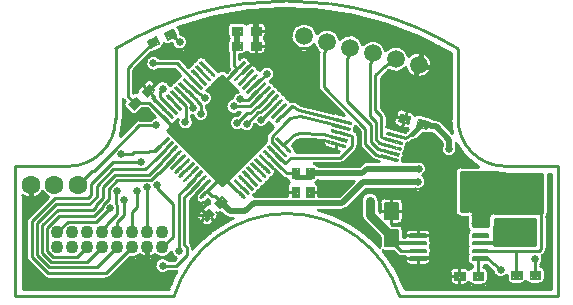
<source format=gtl>
*
*
G04 PADS 9.3.1 Build Number: 456998 generated Gerber (RS-274-X) file*
G04 PC Version=2.1*
*
%IN "avago_ssi_rev1.pcb"*%
*
%MOIN*%
*
%FSLAX35Y35*%
*
*
*
*
G04 PC Standard Apertures*
*
*
G04 Thermal Relief Aperture macro.*
%AMTER*
1,1,$1,0,0*
1,0,$1-$2,0,0*
21,0,$3,$4,0,0,45*
21,0,$3,$4,0,0,135*
%
*
*
G04 Annular Aperture macro.*
%AMANN*
1,1,$1,0,0*
1,0,$2,0,0*
%
*
*
G04 Odd Aperture macro.*
%AMODD*
1,1,$1,0,0*
1,0,$1-0.005,0,0*
%
*
*
G04 PC Custom Aperture Macros*
*
*
*
*
*
*
G04 PC Aperture Table*
*
%ADD010C,0.001*%
%ADD011C,0.04331*%
%ADD012C,0.004*%
%ADD013C,0.00787*%
%ADD014C,0.00394*%
%ADD015C,0.05906*%
%ADD016C,0.008*%
%ADD017C,0.006*%
%ADD018C,0.06299*%
%ADD019C,0.01*%
%ADD020C,0.014*%
%ADD021C,0.02*%
%ADD022C,0.03*%
%ADD023C,0.016*%
%ADD024C,0.025*%
%ADD025C,0.015*%
*
*
*
*
G04 PC Circuitry*
G04 Layer Name avago_ssi_rev1.pcb - circuitry*
%LPD*%
*
*
G04 PC Custom Flashes*
G04 Layer Name avago_ssi_rev1.pcb - flashes*
%LPD*%
*
*
G04 PC Circuitry*
G04 Layer Name avago_ssi_rev1.pcb - circuitry*
%LPD*%
*
G54D10*
G54D11*
G01X58530Y133291D03*
Y128291D03*
X53530D03*
Y133291D03*
X48530Y128291D03*
Y133291D03*
X43530Y128291D03*
Y133291D03*
X38530Y128291D03*
Y133291D03*
X33530Y128291D03*
Y133291D03*
X28530Y128291D03*
Y133291D03*
X23530Y128291D03*
Y133291D03*
G54D12*
X77641Y141107D02*
X75802Y142945D01*
X78205Y145350*
X80044Y143513*
X77641Y141107*
X77549Y141200D02*
X77734D01*
X77148Y141600D02*
X78134D01*
X76748Y142000D02*
X78533D01*
X76347Y142400D02*
X78933D01*
X75947Y142800D02*
X79332D01*
X76057Y143200D02*
X79732D01*
X76457Y143600D02*
X79957D01*
X76856Y144000D02*
X79556D01*
X77256Y144400D02*
X79156D01*
X77655Y144800D02*
X78756D01*
X78055Y145200D02*
X78355D01*
X75802Y142945D02*
X75802D01*
X76202Y142545D02*
Y143345D01*
X76602Y142146D02*
Y143746D01*
X77002Y141746D02*
Y144146D01*
X77402Y141346D02*
Y144546D01*
X77802Y141268D02*
Y144947D01*
X78202Y141668D02*
Y145347D01*
X78602Y142069D02*
Y144953D01*
X79002Y142469D02*
Y144554D01*
X79402Y142870D02*
Y144154D01*
X79802Y143270D02*
Y143755D01*
X73260Y136721D02*
X71420Y138558D01*
X73823Y140964*
X75663Y139126*
X73260Y136721*
X73180Y136800D02*
X73339D01*
X72780Y137200D02*
X73739D01*
X72380Y137600D02*
X74138D01*
X71979Y138000D02*
X74538D01*
X71579Y138400D02*
X74937D01*
X71662Y138800D02*
X75337D01*
X72061Y139200D02*
X75589D01*
X72461Y139600D02*
X75188D01*
X72861Y140000D02*
X74788D01*
X73260Y140400D02*
X74387D01*
X73660Y140800D02*
X73987D01*
X71420Y138558D02*
X71420D01*
X71820Y138159D02*
Y138959D01*
X72220Y137759D02*
Y139359D01*
X72620Y137359D02*
Y139759D01*
X73020Y136960D02*
Y140160D01*
X73420Y136881D02*
Y140560D01*
X73820Y137282D02*
Y140961D01*
X74220Y137682D02*
Y140567D01*
X74620Y138083D02*
Y140167D01*
X75020Y138483D02*
Y139768D01*
X75420Y138884D02*
Y139368D01*
X85206Y196619D02*
Y194019D01*
X81806*
Y196619*
X85206*
X81806Y194400D02*
X85206D01*
X81806Y194800D02*
X85206D01*
X81806Y195200D02*
X85206D01*
X81806Y195600D02*
X85206D01*
X81806Y196000D02*
X85206D01*
X81806Y196400D02*
X85206D01*
X81806Y194019D02*
Y196619D01*
X82206Y194019D02*
Y196619D01*
X82606Y194019D02*
Y196619D01*
X83006Y194019D02*
Y196619D01*
X83406Y194019D02*
Y196619D01*
X83806Y194019D02*
Y196619D01*
X84206Y194019D02*
Y196619D01*
X84606Y194019D02*
Y196619D01*
X85006Y194019D02*
Y196619D01*
X91406D02*
Y194019D01*
X88006*
Y196619*
X91406*
X88006Y194400D02*
X91406D01*
X88006Y194800D02*
X91406D01*
X88006Y195200D02*
X91406D01*
X88006Y195600D02*
X91406D01*
X88006Y196000D02*
X91406D01*
X88006Y196400D02*
X91406D01*
X88006Y194019D02*
Y196619D01*
X88406Y194019D02*
Y196619D01*
X88806Y194019D02*
Y196619D01*
X89206Y194019D02*
Y196619D01*
X89606Y194019D02*
Y196619D01*
X90006Y194019D02*
Y196619D01*
X90406Y194019D02*
Y196619D01*
X90806Y194019D02*
Y196619D01*
X91206Y194019D02*
Y196619D01*
X49638Y178143D02*
X51460Y176288D01*
X49034Y173905*
X47212Y175760*
X49638Y178143*
X48942Y174000D02*
X49131D01*
X48549Y174400D02*
X49538D01*
X48156Y174800D02*
X49945D01*
X47763Y175200D02*
X50352D01*
X47370Y175600D02*
X50759D01*
X47456Y176000D02*
X51166D01*
X47864Y176400D02*
X51350D01*
X48271Y176800D02*
X50957D01*
X48678Y177200D02*
X50564D01*
X49085Y177600D02*
X50171D01*
X49492Y178000D02*
X49778D01*
X47212Y175760D02*
X47212D01*
X47612Y175353D02*
Y176153D01*
X48012Y174946D02*
Y176546D01*
X48412Y174539D02*
Y176939D01*
X48812Y174132D02*
Y177332D01*
X49212Y174080D02*
Y177725D01*
X49612Y174473D02*
Y178118D01*
X50012Y174866D02*
Y177762D01*
X50412Y175259D02*
Y177354D01*
X50812Y175652D02*
Y176947D01*
X51212Y176045D02*
Y176540D01*
X54060Y182488D02*
X55882Y180634D01*
X53457Y178251*
X51635Y180105*
X54060Y182488*
X53310Y178400D02*
X53609D01*
X52917Y178800D02*
X54016D01*
X52524Y179200D02*
X54423D01*
X52131Y179600D02*
X54830D01*
X51738Y180000D02*
X55237D01*
X51935Y180400D02*
X55644D01*
X52342Y180800D02*
X55719D01*
X52749Y181200D02*
X55326D01*
X53156Y181600D02*
X54933D01*
X53563Y182000D02*
X54540D01*
X53970Y182400D02*
X54147D01*
X51635Y180105D02*
X51635D01*
X52035Y179698D02*
Y180498D01*
X52435Y179291D02*
Y180891D01*
X52835Y178884D02*
Y181284D01*
X53235Y178477D02*
Y181677D01*
X53635Y178425D02*
Y182070D01*
X54035Y178818D02*
Y182463D01*
X54435Y179211D02*
Y182107D01*
X54835Y179604D02*
Y181700D01*
X55235Y179997D02*
Y181293D01*
X55635Y180390D02*
Y180885D01*
X85202Y201627D02*
Y199027D01*
X81802*
Y201627*
X85202*
X81802Y199200D02*
X85202D01*
X81802Y199600D02*
X85202D01*
X81802Y200000D02*
X85202D01*
X81802Y200400D02*
X85202D01*
X81802Y200800D02*
X85202D01*
X81802Y201200D02*
X85202D01*
X81802Y201600D02*
X85202D01*
X81802Y199027D02*
Y201627D01*
X82202Y199027D02*
Y201627D01*
X82602Y199027D02*
Y201627D01*
X83002Y199027D02*
Y201627D01*
X83402Y199027D02*
Y201627D01*
X83802Y199027D02*
Y201627D01*
X84202Y199027D02*
Y201627D01*
X84602Y199027D02*
Y201627D01*
X85002Y199027D02*
Y201627D01*
X91402D02*
Y199027D01*
X88002*
Y201627*
X91402*
X88002Y199200D02*
X91402D01*
X88002Y199600D02*
X91402D01*
X88002Y200000D02*
X91402D01*
X88002Y200400D02*
X91402D01*
X88002Y200800D02*
X91402D01*
X88002Y201200D02*
X91402D01*
X88002Y201600D02*
X91402D01*
X88002Y199027D02*
Y201627D01*
X88402Y199027D02*
Y201627D01*
X88802Y199027D02*
Y201627D01*
X89202Y199027D02*
Y201627D01*
X89602Y199027D02*
Y201627D01*
X90002Y199027D02*
Y201627D01*
X90402Y199027D02*
Y201627D01*
X90802Y199027D02*
Y201627D01*
X91202Y199027D02*
Y201627D01*
X104221Y151061D02*
X101621D01*
Y154461*
X104221*
Y151061*
X101621Y151200D02*
X104221D01*
X101621Y151600D02*
X104221D01*
X101621Y152000D02*
X104221D01*
X101621Y152400D02*
X104221D01*
X101621Y152800D02*
X104221D01*
X101621Y153200D02*
X104221D01*
X101621Y153600D02*
X104221D01*
X101621Y154000D02*
X104221D01*
X101621Y154400D02*
X104221D01*
X102000Y151061D02*
Y154461D01*
X102400Y151061D02*
Y154461D01*
X102800Y151061D02*
Y154461D01*
X103200Y151061D02*
Y154461D01*
X103600Y151061D02*
Y154461D01*
X104000Y151061D02*
Y154461D01*
X104221Y144861D02*
X101621D01*
Y148261*
X104221*
Y144861*
X101621Y145200D02*
X104221D01*
X101621Y145600D02*
X104221D01*
X101621Y146000D02*
X104221D01*
X101621Y146400D02*
X104221D01*
X101621Y146800D02*
X104221D01*
X101621Y147200D02*
X104221D01*
X101621Y147600D02*
X104221D01*
X101621Y148000D02*
X104221D01*
X102000Y144861D02*
Y148261D01*
X102400Y144861D02*
Y148261D01*
X102800Y144861D02*
Y148261D01*
X103200Y144861D02*
Y148261D01*
X103600Y144861D02*
Y148261D01*
X104000Y144861D02*
Y148261D01*
X108898Y151061D02*
X106298D01*
Y154461*
X108898*
Y151061*
X106298Y151200D02*
X108898D01*
X106298Y151600D02*
X108898D01*
X106298Y152000D02*
X108898D01*
X106298Y152400D02*
X108898D01*
X106298Y152800D02*
X108898D01*
X106298Y153200D02*
X108898D01*
X106298Y153600D02*
X108898D01*
X106298Y154000D02*
X108898D01*
X106298Y154400D02*
X108898D01*
X106400Y151061D02*
Y154461D01*
X106800Y151061D02*
Y154461D01*
X107200Y151061D02*
Y154461D01*
X107600Y151061D02*
Y154461D01*
X108000Y151061D02*
Y154461D01*
X108400Y151061D02*
Y154461D01*
X108800Y151061D02*
Y154461D01*
X108898Y144861D02*
X106298D01*
Y148261*
X108898*
Y144861*
X106298Y145200D02*
X108898D01*
X106298Y145600D02*
X108898D01*
X106298Y146000D02*
X108898D01*
X106298Y146400D02*
X108898D01*
X106298Y146800D02*
X108898D01*
X106298Y147200D02*
X108898D01*
X106298Y147600D02*
X108898D01*
X106298Y148000D02*
X108898D01*
X106400Y144861D02*
Y148261D01*
X106800Y144861D02*
Y148261D01*
X107200Y144861D02*
Y148261D01*
X107600Y144861D02*
Y148261D01*
X108000Y144861D02*
Y148261D01*
X108400Y144861D02*
Y148261D01*
X108800Y144861D02*
Y148261D01*
X143203Y168495D02*
X143879Y171006D01*
X147162Y170123*
X146487Y167612*
X143203Y168495*
X145045Y168000D02*
X146591D01*
X143558Y168400D02*
X146699D01*
X143285Y168800D02*
X146806D01*
X143393Y169200D02*
X146914D01*
X143500Y169600D02*
X147021D01*
X143608Y170000D02*
X147129D01*
X143716Y170400D02*
X146132D01*
X143823Y170800D02*
X144645D01*
X143600Y168389D02*
Y169970D01*
X144000Y168281D02*
Y170973D01*
X144400Y168173D02*
Y170866D01*
X144800Y168066D02*
Y170758D01*
X145200Y167958D02*
Y170651D01*
X145600Y167851D02*
Y170543D01*
X146000Y167743D02*
Y170436D01*
X146400Y167636D02*
Y170328D01*
X146800Y168777D02*
Y170221D01*
X137216Y170105D02*
X137891Y172616D01*
X141175Y171733*
X140499Y169222*
X137216Y170105*
X139095Y169600D02*
X140601D01*
X137607Y170000D02*
X140709D01*
X137295Y170400D02*
X140816D01*
X137403Y170800D02*
X140924D01*
X137510Y171200D02*
X141031D01*
X137618Y171600D02*
X141139D01*
X137726Y172000D02*
X140182D01*
X137833Y172400D02*
X138694D01*
X137600Y170002D02*
Y171533D01*
X138000Y169894D02*
Y172587D01*
X138400Y169787D02*
Y172479D01*
X138800Y169679D02*
Y172372D01*
X139200Y169572D02*
Y172264D01*
X139600Y169464D02*
Y172156D01*
X140000Y169357D02*
Y172049D01*
X140400Y169249D02*
Y171941D01*
X140800Y170340D02*
Y171834D01*
X162038Y117231D02*
Y119831D01*
X165438*
Y117231*
X162038*
Y117600D02*
X165438D01*
X162038Y118000D02*
X165438D01*
X162038Y118400D02*
X165438D01*
X162038Y118800D02*
X165438D01*
X162038Y119200D02*
X165438D01*
X162038Y119600D02*
X165438D01*
X162400Y117231D02*
Y119831D01*
X162800Y117231D02*
Y119831D01*
X163200Y117231D02*
Y119831D01*
X163600Y117231D02*
Y119831D01*
X164000Y117231D02*
Y119831D01*
X164400Y117231D02*
Y119831D01*
X164800Y117231D02*
Y119831D01*
X165200Y117231D02*
Y119831D01*
X155838Y117231D02*
Y119831D01*
X159238*
Y117231*
X155838*
Y117600D02*
X159238D01*
X155838Y118000D02*
X159238D01*
X155838Y118400D02*
X159238D01*
X155838Y118800D02*
X159238D01*
X155838Y119200D02*
X159238D01*
X155838Y119600D02*
X159238D01*
X156000Y117231D02*
Y119831D01*
X156400Y117231D02*
Y119831D01*
X156800Y117231D02*
Y119831D01*
X157200Y117231D02*
Y119831D01*
X157600Y117231D02*
Y119831D01*
X158000Y117231D02*
Y119831D01*
X158400Y117231D02*
Y119831D01*
X158800Y117231D02*
Y119831D01*
X159200Y117231D02*
Y119831D01*
X163254Y136090D02*
Y138690D01*
X166654*
Y136090*
X163254*
Y136400D02*
X166654D01*
X163254Y136800D02*
X166654D01*
X163254Y137200D02*
X166654D01*
X163254Y137600D02*
X166654D01*
X163254Y138000D02*
X166654D01*
X163254Y138400D02*
X166654D01*
X163600Y136090D02*
Y138690D01*
X164000Y136090D02*
Y138690D01*
X164400Y136090D02*
Y138690D01*
X164800Y136090D02*
Y138690D01*
X165200Y136090D02*
Y138690D01*
X165600Y136090D02*
Y138690D01*
X166000Y136090D02*
Y138690D01*
X166400Y136090D02*
Y138690D01*
X157054Y136090D02*
Y138690D01*
X160454*
Y136090*
X157054*
Y136400D02*
X160454D01*
X157054Y136800D02*
X160454D01*
X157054Y137200D02*
X160454D01*
X157054Y137600D02*
X160454D01*
X157054Y138000D02*
X160454D01*
X157054Y138400D02*
X160454D01*
X157200Y136090D02*
Y138690D01*
X157600Y136090D02*
Y138690D01*
X158000Y136090D02*
Y138690D01*
X158400Y136090D02*
Y138690D01*
X158800Y136090D02*
Y138690D01*
X159200Y136090D02*
Y138690D01*
X159600Y136090D02*
Y138690D01*
X160000Y136090D02*
Y138690D01*
X160400Y136090D02*
Y138690D01*
X54442Y194659D02*
X53359Y197022D01*
X56450Y198439*
X57533Y196075*
X54442Y194659*
X54377Y194800D02*
X54750D01*
X54194Y195200D02*
X55623D01*
X54010Y195600D02*
X56496D01*
X53827Y196000D02*
X57369D01*
X53644Y196400D02*
X57384D01*
X53461Y196800D02*
X57200D01*
X53746Y197200D02*
X57017D01*
X54619Y197600D02*
X56834D01*
X55492Y198000D02*
X56651D01*
X56365Y198400D02*
X56467D01*
X53359Y197022D02*
X53359D01*
X53759Y196150D02*
Y197206D01*
X54159Y195277D02*
Y197389D01*
X54559Y194712D02*
Y197572D01*
X54959Y194896D02*
Y197756D01*
X55359Y195079D02*
Y197939D01*
X55759Y195262D02*
Y198122D01*
X56159Y195446D02*
Y198305D01*
X56559Y195629D02*
Y198201D01*
X56959Y195812D02*
Y197328D01*
X57359Y195995D02*
Y196455D01*
X60078Y197242D02*
X58995Y199605D01*
X62086Y201022*
X63169Y198658*
X60078Y197242*
X59914Y197600D02*
X60860D01*
X59731Y198000D02*
X61733D01*
X59547Y198400D02*
X62606D01*
X59364Y198800D02*
X63104D01*
X59181Y199200D02*
X62921D01*
X58997Y199600D02*
X62737D01*
X59857Y200000D02*
X62554D01*
X60730Y200400D02*
X62371D01*
X61603Y200800D02*
X62187D01*
X58995Y199605D02*
X58995D01*
X59395Y198732D02*
Y199788D01*
X59795Y197859D02*
Y199972D01*
X60195Y197295D02*
Y200155D01*
X60595Y197478D02*
Y200338D01*
X60995Y197662D02*
Y200522D01*
X61395Y197845D02*
Y200705D01*
X61795Y198028D02*
Y200888D01*
X62195Y198212D02*
Y200784D01*
X62595Y198395D02*
Y199911D01*
X62995Y198578D02*
Y199038D01*
X174830Y117570D02*
Y120170D01*
X178230*
Y117570*
X174830*
Y117600D02*
X178230D01*
X174830Y118000D02*
X178230D01*
X174830Y118400D02*
X178230D01*
X174830Y118800D02*
X178230D01*
X174830Y119200D02*
X178230D01*
X174830Y119600D02*
X178230D01*
X174830Y120000D02*
X178230D01*
X175200Y117570D02*
Y120170D01*
X175600Y117570D02*
Y120170D01*
X176000Y117570D02*
Y120170D01*
X176400Y117570D02*
Y120170D01*
X176800Y117570D02*
Y120170D01*
X177200Y117570D02*
Y120170D01*
X177600Y117570D02*
Y120170D01*
X178000Y117570D02*
Y120170D01*
X181030Y117570D02*
Y120170D01*
X184430*
Y117570*
X181030*
Y117600D02*
X184430D01*
X181030Y118000D02*
X184430D01*
X181030Y118400D02*
X184430D01*
X181030Y118800D02*
X184430D01*
X181030Y119200D02*
X184430D01*
X181030Y119600D02*
X184430D01*
X181030Y120000D02*
X184430D01*
X181200Y117570D02*
Y120170D01*
X181600Y117570D02*
Y120170D01*
X182000Y117570D02*
Y120170D01*
X182400Y117570D02*
Y120170D01*
X182800Y117570D02*
Y120170D01*
X183200Y117570D02*
Y120170D01*
X183600Y117570D02*
Y120170D01*
X184000Y117570D02*
Y120170D01*
X184400Y117570D02*
Y120170D01*
G54D13*
X85914Y144774D02*
X85635Y144495D01*
X81180Y148948*
X81458Y149227*
X85914Y144774*
X85248Y144882D02*
X85805D01*
X84461Y145669D02*
X85018D01*
X83673Y146457D02*
X84230D01*
X82885Y147244D02*
X83442D01*
X82097Y148031D02*
X82654D01*
X81310Y148819D02*
X81867D01*
X81180Y148948D02*
X81180D01*
X81967Y148161D02*
Y148718D01*
X82755Y147374D02*
Y147931D01*
X83542Y146587D02*
Y147144D01*
X84330Y145800D02*
Y146357D01*
X85117Y145013D02*
Y145570D01*
X85904Y144765D02*
Y144783D01*
X87305Y146166D02*
X87027Y145888D01*
X82572Y150341*
X82850Y150619*
X87305Y146166*
X86457Y146457D02*
X87014D01*
X85670Y147244D02*
X86227D01*
X84882Y148031D02*
X85439D01*
X84094Y148819D02*
X84651D01*
X83306Y149606D02*
X83863D01*
X82625Y150394D02*
X83076D01*
X82572Y150341D02*
X82572D01*
X83359Y149554D02*
Y150110D01*
X84146Y148767D02*
Y149323D01*
X84934Y147980D02*
Y148536D01*
X85721Y147193D02*
Y147749D01*
X86509Y146406D02*
Y146962D01*
X87296Y146157D02*
Y146175D01*
X88697Y147558D02*
X88418Y147280D01*
X83963Y151733*
X84242Y152011*
X88697Y147558*
X87666Y148031D02*
X88223D01*
X86879Y148819D02*
X87436D01*
X86091Y149606D02*
X86648D01*
X85303Y150394D02*
X85860D01*
X84515Y151181D02*
X85072D01*
X84199Y151969D02*
X84285D01*
X83963Y151733D02*
X83963D01*
X84751Y150946D02*
Y151503D01*
X85538Y150159D02*
Y150716D01*
X86325Y149372D02*
Y149929D01*
X87113Y148585D02*
Y149141D01*
X87900Y147798D02*
Y148354D01*
X88688Y147549D02*
Y147567D01*
X90088Y148950D02*
X89810Y148672D01*
X85355Y153125*
X85633Y153404*
X90088Y148950*
X89663Y148819D02*
X89957D01*
X88875Y149606D02*
X89432D01*
X88088Y150394D02*
X88645D01*
X87300Y151181D02*
X87857D01*
X86512Y151969D02*
X87069D01*
X85724Y152756D02*
X86281D01*
X85355Y153125D02*
X85355D01*
X86142Y152338D02*
Y152895D01*
X86930Y151551D02*
Y152108D01*
X87717Y150764D02*
Y151321D01*
X88504Y149977D02*
Y150534D01*
X89292Y149190D02*
Y149747D01*
X90079Y148941D02*
Y148960D01*
X91480Y150343D02*
X91202Y150064D01*
X86746Y154518*
X87025Y154796*
X91480Y150343*
X90872Y150394D02*
X91429D01*
X90084Y151181D02*
X90641D01*
X89297Y151969D02*
X89854D01*
X88509Y152756D02*
X89066D01*
X87721Y153543D02*
X88278D01*
X86933Y154331D02*
X87490D01*
X86746Y154518D02*
X86746D01*
X87534Y153730D02*
Y154287D01*
X88321Y152943D02*
Y153500D01*
X89109Y152156D02*
Y152713D01*
X89896Y151369D02*
Y151926D01*
X90683Y150582D02*
Y151139D01*
X91471Y150334D02*
Y150352D01*
X92872Y151735D02*
X92593Y151457D01*
X88138Y155910*
X88416Y156188*
X92872Y151735*
X92081Y151969D02*
X92638D01*
X91293Y152756D02*
X91850D01*
X90506Y153543D02*
X91063D01*
X89718Y154331D02*
X90275D01*
X88930Y155118D02*
X89487D01*
X88142Y155906D02*
X88699D01*
X88138Y155910D02*
X88138D01*
X88926Y155123D02*
Y155679D01*
X89713Y154336D02*
Y154892D01*
X90500Y153549D02*
Y154105D01*
X91288Y152762D02*
Y153318D01*
X92075Y151975D02*
Y152531D01*
X92863Y151726D02*
Y151744D01*
X94263Y153127D02*
X93985Y152849D01*
X89530Y157302*
X89808Y157580*
X94263Y153127*
X93290Y153543D02*
X93847D01*
X92502Y154331D02*
X93059D01*
X91715Y155118D02*
X92272D01*
X90927Y155906D02*
X91484D01*
X90139Y156693D02*
X90696D01*
X89708Y157480D02*
X89908D01*
X89530Y157302D02*
X89530D01*
X90317Y156515D02*
Y157072D01*
X91105Y155728D02*
Y156285D01*
X91892Y154941D02*
Y155498D01*
X92679Y154154D02*
Y154710D01*
X93467Y153367D02*
Y153923D01*
X94254Y153118D02*
Y153136D01*
X95655Y154520D02*
X95377Y154241D01*
X90921Y158694*
X91200Y158973*
X95655Y154520*
X95287Y154331D02*
X95466D01*
X94499Y155118D02*
X95056D01*
X93711Y155906D02*
X94268D01*
X92924Y156693D02*
X93481D01*
X92136Y157480D02*
X92693D01*
X91348Y158268D02*
X91905D01*
X90921Y158694D02*
X90921D01*
X91709Y157907D02*
Y158464D01*
X92496Y157120D02*
Y157677D01*
X93284Y156333D02*
Y156890D01*
X94071Y155546D02*
Y156103D01*
X94858Y154759D02*
Y155316D01*
X95646Y154510D02*
Y154529D01*
X97047Y155912D02*
X96768Y155633D01*
X92313Y160087*
X92591Y160365*
X97047Y155912*
X96496Y155906D02*
X97040D01*
X95708Y156693D02*
X96265D01*
X94920Y157480D02*
X95477D01*
X94133Y158268D02*
X94690D01*
X93345Y159055D02*
X93902D01*
X92557Y159843D02*
X93114D01*
X92313Y160087D02*
X92313D01*
X93100Y159299D02*
Y159856D01*
X93888Y158512D02*
Y159069D01*
X94675Y157725D02*
Y158282D01*
X95463Y156938D02*
Y157495D01*
X96250Y156151D02*
Y156708D01*
X97037Y155903D02*
Y155921D01*
X98438Y157304D02*
X98160Y157026D01*
X93705Y161479*
X93983Y161757*
X98438Y157304*
X97705Y157480D02*
X98262D01*
X96917Y158268D02*
X97474D01*
X96129Y159055D02*
X96686D01*
X95342Y159843D02*
X95899D01*
X94554Y160630D02*
X95111D01*
X93766Y161417D02*
X94323D01*
X93705Y161479D02*
X93705D01*
X94492Y160692D02*
Y161248D01*
X95279Y159905D02*
Y160461D01*
X96067Y159118D02*
Y159674D01*
X96854Y158331D02*
Y158887D01*
X97642Y157544D02*
Y158100D01*
X98429Y157295D02*
Y157313D01*
X99830Y158696D02*
X99551Y158418D01*
X95096Y162871*
X95375Y163150*
X99830Y158696*
X98914Y159055D02*
X99471D01*
X98126Y159843D02*
X98683D01*
X97338Y160630D02*
X97895D01*
X96551Y161417D02*
X97108D01*
X95763Y162205D02*
X96320D01*
X95217Y162992D02*
X95532D01*
X95096Y162871D02*
X95096D01*
X95884Y162084D02*
Y162641D01*
X96671Y161297D02*
Y161854D01*
X97458Y160510D02*
Y161067D01*
X98246Y159723D02*
Y160280D01*
X99033Y158936D02*
Y159492D01*
X99821Y158687D02*
Y158705D01*
X101221Y160089D02*
X100943Y159810D01*
X96488Y164263*
X96766Y164542*
X101221Y160089*
X100911Y159843D02*
X100975D01*
X100123Y160630D02*
X100680D01*
X99335Y161417D02*
X99892D01*
X98547Y162205D02*
X99104D01*
X97760Y162992D02*
X98317D01*
X96972Y163780D02*
X97529D01*
X96488Y164263D02*
X96488D01*
X97275Y163476D02*
Y164033D01*
X98063Y162689D02*
Y163246D01*
X98850Y161902D02*
Y162459D01*
X99637Y161115D02*
Y161672D01*
X100425Y160328D02*
Y160885D01*
X101212Y160079D02*
Y160098D01*
X100940Y174565D02*
X101218Y174286D01*
X96765Y169831*
X96487Y170109*
X100940Y174565*
X96517Y170079D02*
X97012D01*
X97243Y170866D02*
X97800D01*
X98030Y171654D02*
X98587D01*
X98817Y172441D02*
X99374D01*
X99604Y173228D02*
X100161D01*
X100391Y174016D02*
X100948D01*
X96487Y170109D02*
X96487D01*
X97274Y170340D02*
Y170897D01*
X98061Y171128D02*
Y171685D01*
X98849Y171916D02*
Y172473D01*
X99636Y172704D02*
Y173261D01*
X100424Y173491D02*
Y174048D01*
X101211Y174279D02*
Y174294D01*
X99547Y175956D02*
X99826Y175678D01*
X95373Y171223*
X95094Y171501*
X99547Y175956*
X95247Y171654D02*
X95803D01*
X96034Y172441D02*
X96590D01*
X96821Y173228D02*
X97377D01*
X97608Y174016D02*
X98164D01*
X98395Y174803D02*
X98951D01*
X99182Y175591D02*
X99739D01*
X95094Y171501D02*
X95094D01*
X95882Y171732D02*
Y172289D01*
X96669Y172520D02*
Y173077D01*
X97456Y173307D02*
Y173864D01*
X98244Y174095D02*
Y174652D01*
X99031Y174883D02*
Y175440D01*
X99819Y175671D02*
Y175685D01*
X98155Y177348D02*
X98434Y177070D01*
X93980Y172614*
X93702Y172893*
X98155Y177348*
X94037Y173228D02*
X94594D01*
X94825Y174016D02*
X95381D01*
X95612Y174803D02*
X96168D01*
X96399Y175591D02*
X96955D01*
X97186Y176378D02*
X97742D01*
X97973Y177165D02*
X98338D01*
X93702Y172893D02*
X93702D01*
X94489Y173124D02*
Y173680D01*
X95277Y173911D02*
Y174468D01*
X96064Y174699D02*
Y175256D01*
X96852Y175487D02*
Y176044D01*
X97639Y176275D02*
Y176832D01*
X98426Y177062D02*
Y177077D01*
X96763Y178740D02*
X97041Y178461D01*
X92588Y174006*
X92310Y174284*
X96763Y178740*
X92578Y174016D02*
X92598D01*
X92828Y174803D02*
X93385D01*
X93615Y175591D02*
X94172D01*
X94402Y176378D02*
X94959D01*
X95189Y177165D02*
X95746D01*
X95977Y177953D02*
X96533D01*
X92310Y174284D02*
X92310D01*
X93097Y174515D02*
Y175072D01*
X93885Y175303D02*
Y175860D01*
X94672Y176091D02*
Y176648D01*
X95459Y176878D02*
Y177435D01*
X96247Y177666D02*
Y178223D01*
X97034Y178454D02*
Y178468D01*
X95371Y180131D02*
X95649Y179853D01*
X91196Y175398*
X90918Y175676*
X95371Y180131*
X91003Y175591D02*
X91389D01*
X91619Y176378D02*
X92176D01*
X92406Y177165D02*
X92963D01*
X93193Y177953D02*
X93750D01*
X93980Y178740D02*
X94537D01*
X94767Y179528D02*
X95324D01*
X90918Y175676D02*
X90918D01*
X91705Y175907D02*
Y176464D01*
X92492Y176695D02*
Y177252D01*
X93280Y177482D02*
Y178039D01*
X94067Y178270D02*
Y178827D01*
X94855Y179058D02*
Y179615D01*
X95642Y179846D02*
Y179860D01*
X93978Y181523D02*
X94257Y181245D01*
X89804Y176789*
X89525Y177068*
X93978Y181523*
X89623Y177165D02*
X90180D01*
X90410Y177953D02*
X90967D01*
X91197Y178740D02*
X91754D01*
X91984Y179528D02*
X92541D01*
X92771Y180315D02*
X93328D01*
X93558Y181102D02*
X94115D01*
X89525Y177068D02*
X89525D01*
X90313Y177298D02*
Y177855D01*
X91100Y178086D02*
Y178643D01*
X91887Y178874D02*
Y179431D01*
X92675Y179662D02*
Y180219D01*
X93462Y180449D02*
Y181006D01*
X94250Y181237D02*
Y181252D01*
X92586Y182914D02*
X92865Y182636D01*
X88411Y178181*
X88133Y178459*
X92586Y182914*
X88414Y178740D02*
X88970D01*
X89201Y179528D02*
X89757D01*
X89988Y180315D02*
X90545D01*
X90775Y181102D02*
X91332D01*
X91562Y181890D02*
X92119D01*
X92349Y182677D02*
X92824D01*
X88133Y178459D02*
X88133D01*
X88920Y178690D02*
Y179247D01*
X89708Y179478D02*
Y180035D01*
X90495Y180266D02*
Y180823D01*
X91283Y181053D02*
Y181610D01*
X92070Y181841D02*
Y182398D01*
X92857Y182629D02*
Y182643D01*
X91194Y184306D02*
X91472Y184028D01*
X87019Y179573*
X86741Y179851*
X91194Y184306*
X87205Y180315D02*
X87761D01*
X87992Y181102D02*
X88548D01*
X88779Y181890D02*
X89335D01*
X89566Y182677D02*
X90122D01*
X90353Y183465D02*
X90909D01*
X91140Y184252D02*
X91248D01*
X86741Y179851D02*
X86741D01*
X87528Y180082D02*
Y180639D01*
X88316Y180869D02*
Y181426D01*
X89103Y181657D02*
Y182214D01*
X89890Y182445D02*
Y183002D01*
X90678Y183233D02*
Y183790D01*
X91465Y184021D02*
Y184035D01*
X89802Y185698D02*
X90080Y185419D01*
X85627Y180964*
X85348Y181242*
X89802Y185698*
X85489Y181102D02*
X85765D01*
X85995Y181890D02*
X86552D01*
X86783Y182677D02*
X87339D01*
X87570Y183465D02*
X88126D01*
X88357Y184252D02*
X88913D01*
X89144Y185039D02*
X89700D01*
X85348Y181242D02*
X85348D01*
X86136Y181473D02*
Y182030D01*
X86923Y182261D02*
Y182818D01*
X87711Y183049D02*
Y183606D01*
X88498Y183837D02*
Y184394D01*
X89285Y184624D02*
Y185181D01*
X90073Y185412D02*
Y185427D01*
X88409Y187089D02*
X88688Y186811D01*
X84235Y182356*
X83956Y182634*
X88409Y187089*
X83999Y182677D02*
X84556D01*
X84786Y183465D02*
X85343D01*
X85573Y184252D02*
X86130D01*
X86360Y185039D02*
X86917D01*
X87147Y185827D02*
X87704D01*
X87934Y186614D02*
X88491D01*
X83956Y182634D02*
X83956D01*
X84744Y182865D02*
Y183422D01*
X85531Y183653D02*
Y184210D01*
X86318Y184440D02*
Y184997D01*
X87106Y185228D02*
Y185785D01*
X87893Y186016D02*
Y186573D01*
X88681Y186804D02*
Y186818D01*
X87017Y188481D02*
X87296Y188203D01*
X82842Y183747*
X82564Y184026*
X87017Y188481*
X82790Y184252D02*
X83347D01*
X83577Y185039D02*
X84134D01*
X84364Y185827D02*
X84921D01*
X85151Y186614D02*
X85708D01*
X85938Y187402D02*
X86495D01*
X86725Y188189D02*
X87282D01*
X82564Y184026D02*
X82564D01*
X83351Y184257D02*
Y184814D01*
X84139Y185044D02*
Y185601D01*
X84926Y185832D02*
Y186389D01*
X85714Y186620D02*
Y187177D01*
X86501Y187408D02*
Y187965D01*
X87288Y188195D02*
Y188210D01*
X85625Y189873D02*
X85903Y189594D01*
X81450Y185139*
X81172Y185417*
X85625Y189873*
X81581Y185827D02*
X82138D01*
X82368Y186614D02*
X82925D01*
X83155Y187402D02*
X83712D01*
X83942Y188189D02*
X84499D01*
X84729Y188976D02*
X85286D01*
X85516Y189764D02*
X85734D01*
X81172Y185417D02*
X81172D01*
X81959Y185648D02*
Y186205D01*
X82747Y186436D02*
Y186993D01*
X83534Y187224D02*
Y187781D01*
X84321Y188012D02*
Y188568D01*
X85109Y188799D02*
Y189356D01*
X85896Y189587D02*
Y189602D01*
X75882Y185416D02*
X75604Y185138D01*
X71149Y189591*
X71427Y189869*
X75882Y185416*
X74915Y185827D02*
X75472D01*
X74127Y186614D02*
X74684D01*
X73339Y187402D02*
X73896D01*
X72551Y188189D02*
X73108D01*
X71764Y188976D02*
X72320D01*
X71322Y189764D02*
X71533D01*
X71149Y189591D02*
X71149D01*
X71936Y188804D02*
Y189361D01*
X72724Y188017D02*
Y188573D01*
X73511Y187230D02*
Y187786D01*
X74298Y186443D02*
Y186999D01*
X75086Y185656D02*
Y186212D01*
X75873Y185407D02*
Y185425D01*
X74491Y184024D02*
X74212Y183745D01*
X69757Y188199*
X70035Y188477*
X74491Y184024*
X73706Y184252D02*
X74263D01*
X72918Y185039D02*
X73475D01*
X72130Y185827D02*
X72687D01*
X71342Y186614D02*
X71899D01*
X70555Y187402D02*
X71111D01*
X69767Y188189D02*
X70324D01*
X69757Y188199D02*
X69757D01*
X70545Y187412D02*
Y187968D01*
X71332Y186625D02*
Y187181D01*
X72119Y185838D02*
Y186394D01*
X72907Y185050D02*
Y185607D01*
X73694Y184263D02*
Y184820D01*
X74482Y184015D02*
Y184033D01*
X73099Y182632D02*
X72821Y182353D01*
X68366Y186806*
X68644Y187085*
X73099Y182632*
X72497Y182677D02*
X73054D01*
X71709Y183465D02*
X72266D01*
X70921Y184252D02*
X71478D01*
X70133Y185039D02*
X70690D01*
X69346Y185827D02*
X69902D01*
X68558Y186614D02*
X69115D01*
X68366Y186806D02*
X68366D01*
X69153Y186019D02*
Y186576D01*
X69940Y185232D02*
Y185789D01*
X70728Y184445D02*
Y185002D01*
X71515Y183658D02*
Y184215D01*
X72303Y182871D02*
Y183428D01*
X73090Y182623D02*
Y182641D01*
X71707Y181239D02*
X71429Y180961D01*
X66974Y185414*
X67252Y185693*
X71707Y181239*
X71288Y181102D02*
X71570D01*
X70500Y181890D02*
X71057D01*
X69712Y182677D02*
X70269D01*
X68924Y183465D02*
X69481D01*
X68137Y184252D02*
X68693D01*
X67349Y185039D02*
X67906D01*
X66974Y185414D02*
X66974D01*
X67761Y184627D02*
Y185184D01*
X68549Y183840D02*
Y184397D01*
X69336Y183053D02*
Y183610D01*
X70123Y182266D02*
Y182823D01*
X70911Y181479D02*
Y182036D01*
X71698Y181230D02*
Y181249D01*
X70316Y179847D02*
X70037Y179569D01*
X65582Y184022*
X65861Y184300*
X70316Y179847*
X69291Y180315D02*
X69848D01*
X68503Y181102D02*
X69060D01*
X67715Y181890D02*
X68272D01*
X66928Y182677D02*
X67484D01*
X66140Y183465D02*
X66697D01*
X65812Y184252D02*
X65909D01*
X65582Y184022D02*
X65582D01*
X66370Y183235D02*
Y183791D01*
X67157Y182448D02*
Y183004D01*
X67944Y181661D02*
Y182217D01*
X68732Y180874D02*
Y181430D01*
X69519Y180087D02*
Y180643D01*
X70307Y179838D02*
Y179856D01*
X68924Y178455D02*
X68646Y178176D01*
X64191Y182630*
X64469Y182908*
X68924Y178455*
X68082Y178740D02*
X68639D01*
X67294Y179528D02*
X67851D01*
X66506Y180315D02*
X67063D01*
X65719Y181102D02*
X66275D01*
X64931Y181890D02*
X65488D01*
X64238Y182677D02*
X64700D01*
X64191Y182630D02*
X64191D01*
X64978Y181843D02*
Y182399D01*
X65765Y181056D02*
Y181612D01*
X66553Y180268D02*
Y180825D01*
X67340Y179481D02*
Y180038D01*
X68128Y178694D02*
Y179251D01*
X68915Y178446D02*
Y178464D01*
X67533Y177063D02*
X67254Y176784D01*
X62799Y181237*
X63077Y181516*
X67533Y177063*
X66873Y177165D02*
X67430D01*
X66085Y177953D02*
X66642D01*
X65297Y178740D02*
X65854D01*
X64510Y179528D02*
X65066D01*
X63722Y180315D02*
X64279D01*
X62934Y181102D02*
X63491D01*
X62799Y181237D02*
X62799D01*
X63586Y180450D02*
Y181007D01*
X64374Y179663D02*
Y180220D01*
X65161Y178876D02*
Y179433D01*
X65949Y178089D02*
Y178646D01*
X66736Y177302D02*
Y177859D01*
X67523Y177053D02*
Y177072D01*
X66141Y175670D02*
X65863Y175392D01*
X61407Y179845*
X61686Y180124*
X66141Y175670*
X65664Y175591D02*
X66061D01*
X64876Y176378D02*
X65433D01*
X64088Y177165D02*
X64645D01*
X63301Y177953D02*
X63858D01*
X62513Y178740D02*
X63070D01*
X61725Y179528D02*
X62282D01*
X61407Y179845D02*
X61407D01*
X62195Y179058D02*
Y179615D01*
X62982Y178271D02*
Y178828D01*
X63770Y177484D02*
Y178041D01*
X64557Y176697D02*
Y177254D01*
X65344Y175910D02*
Y176467D01*
X66132Y175661D02*
Y175679D01*
X64749Y174278D02*
X64471Y174000D01*
X60016Y178453*
X60294Y178731*
X64749Y174278*
X64455Y174016D02*
X64487D01*
X63667Y174803D02*
X64224D01*
X62879Y175591D02*
X63436D01*
X62092Y176378D02*
X62648D01*
X61304Y177165D02*
X61861D01*
X60516Y177953D02*
X61073D01*
X60016Y178453D02*
X60016D01*
X60803Y177666D02*
Y178222D01*
X61591Y176879D02*
Y177435D01*
X62378Y176092D02*
Y176648D01*
X63165Y175305D02*
Y175861D01*
X63953Y174518D02*
Y175074D01*
X64740Y174269D02*
Y174287D01*
X63358Y172886D02*
X63079Y172607D01*
X58624Y177061*
X58902Y177339*
X63358Y172886*
X62458Y173228D02*
X63015D01*
X61670Y174016D02*
X62227D01*
X60883Y174803D02*
X61440D01*
X60095Y175591D02*
X60652D01*
X59307Y176378D02*
X59864D01*
X58729Y177165D02*
X59076D01*
X58624Y177061D02*
X58624D01*
X59412Y176274D02*
Y176830D01*
X60199Y175487D02*
Y176043D01*
X60986Y174699D02*
Y175256D01*
X61774Y173912D02*
Y174469D01*
X62561Y173125D02*
Y173682D01*
X63349Y172877D02*
Y172895D01*
X61966Y171494D02*
X61688Y171215D01*
X57233Y175668*
X57511Y175947*
X61966Y171494*
X61249Y171654D02*
X61806D01*
X60461Y172441D02*
X61018D01*
X59674Y173228D02*
X60231D01*
X58886Y174016D02*
X59443D01*
X58098Y174803D02*
X58655D01*
X57310Y175591D02*
X57867D01*
X57233Y175668D02*
X57233D01*
X58020Y174881D02*
Y175438D01*
X58807Y174094D02*
Y174651D01*
X59595Y173307D02*
Y173864D01*
X60382Y172520D02*
Y173077D01*
X61170Y171733D02*
Y172290D01*
X61957Y171484D02*
Y171503D01*
X60574Y170101D02*
X60296Y169823D01*
X55841Y174276*
X56119Y174555*
X60574Y170101*
X60040Y170079D02*
X60552D01*
X59252Y170866D02*
X59809D01*
X58465Y171654D02*
X59022D01*
X57677Y172441D02*
X58234D01*
X56889Y173228D02*
X57446D01*
X56101Y174016D02*
X56658D01*
X55841Y174276D02*
X55841D01*
X56628Y173489D02*
Y174046D01*
X57416Y172702D02*
Y173259D01*
X58203Y171915D02*
Y172472D01*
X58990Y171128D02*
Y171685D01*
X59778Y170341D02*
Y170898D01*
X60565Y170092D02*
Y170110D01*
X60297Y164533D02*
X60576Y164255D01*
X56123Y159800*
X55844Y160078*
X60297Y164533*
X56080Y159843D02*
X56165D01*
X56396Y160630D02*
X56952D01*
X57183Y161417D02*
X57739D01*
X57970Y162205D02*
X58526D01*
X58757Y162992D02*
X59313D01*
X59544Y163780D02*
X60100D01*
X55844Y160078D02*
X55844D01*
X56632Y160309D02*
Y160866D01*
X57419Y161097D02*
Y161654D01*
X58206Y161885D02*
Y162442D01*
X58994Y162672D02*
Y163229D01*
X59781Y163460D02*
Y164017D01*
X60569Y164248D02*
Y164262D01*
X61690Y163142D02*
X61968Y162864D01*
X57515Y158408*
X57236Y158687*
X61690Y163142*
X57605Y159055D02*
X58161D01*
X58392Y159843D02*
X58948D01*
X59179Y160630D02*
X59735D01*
X59966Y161417D02*
X60522D01*
X60753Y162205D02*
X61309D01*
X61540Y162992D02*
X61839D01*
X57236Y158687D02*
X57236D01*
X58024Y158918D02*
Y159474D01*
X58811Y159705D02*
Y160262D01*
X59599Y160493D02*
Y161050D01*
X60386Y161281D02*
Y161838D01*
X61173Y162069D02*
Y162625D01*
X61961Y162856D02*
Y162871D01*
X63082Y161750D02*
X63360Y161472D01*
X58907Y157017*
X58629Y157295*
X63082Y161750*
X58814Y157480D02*
X59370D01*
X59601Y158268D02*
X60158D01*
X60388Y159055D02*
X60945D01*
X61175Y159843D02*
X61732D01*
X61962Y160630D02*
X62519D01*
X62749Y161417D02*
X63306D01*
X58629Y157295D02*
X58629D01*
X59416Y157526D02*
Y158083D01*
X60203Y158314D02*
Y158871D01*
X60991Y159101D02*
Y159658D01*
X61778Y159889D02*
Y160446D01*
X62566Y160677D02*
Y161234D01*
X63353Y161465D02*
Y161479D01*
X64474Y160359D02*
X64753Y160080D01*
X60299Y155625*
X60021Y155903*
X64474Y160359*
X60023Y155906D02*
X60580D01*
X60810Y156693D02*
X61367D01*
X61597Y157480D02*
X62154D01*
X62384Y158268D02*
X62941D01*
X63171Y159055D02*
X63728D01*
X63958Y159843D02*
X64515D01*
X60021Y155903D02*
X60021D01*
X60808Y156134D02*
Y156691D01*
X61596Y156922D02*
Y157479D01*
X62383Y157710D02*
Y158267D01*
X63170Y158498D02*
Y159054D01*
X63958Y159285D02*
Y159842D01*
X64745Y160073D02*
Y160088D01*
X65866Y158967D02*
X66145Y158689D01*
X61692Y154233*
X61413Y154512*
X65866Y158967*
X61594Y154331D02*
X61789D01*
X62019Y155118D02*
X62576D01*
X62806Y155906D02*
X63363D01*
X63593Y156693D02*
X64150D01*
X64380Y157480D02*
X64937D01*
X65167Y158268D02*
X65724D01*
X61413Y154512D02*
X61413D01*
X62201Y154743D02*
Y155300D01*
X62988Y155530D02*
Y156087D01*
X63775Y156318D02*
Y156875D01*
X64563Y157106D02*
Y157663D01*
X65350Y157894D02*
Y158451D01*
X66138Y158681D02*
Y158696D01*
X67259Y157575D02*
X67537Y157297D01*
X63084Y152842*
X62805Y153120*
X67259Y157575*
X63228Y153543D02*
X63785D01*
X64015Y154331D02*
X64572D01*
X64802Y155118D02*
X65359D01*
X65590Y155906D02*
X66146D01*
X66377Y156693D02*
X66933D01*
X67164Y157480D02*
X67354D01*
X62805Y153120D02*
X62805D01*
X63593Y153351D02*
Y153908D01*
X64380Y154139D02*
Y154696D01*
X65168Y154927D02*
Y155483D01*
X65955Y155714D02*
Y156271D01*
X66742Y156502D02*
Y157059D01*
X67530Y157290D02*
Y157304D01*
X68651Y156184D02*
X68929Y155905D01*
X64476Y151450*
X64198Y151729*
X68651Y156184*
X64438Y151969D02*
X64994D01*
X65225Y152756D02*
X65781D01*
X66012Y153543D02*
X66568D01*
X66799Y154331D02*
X67355D01*
X67586Y155118D02*
X68142D01*
X68373Y155906D02*
X68929D01*
X64198Y151729D02*
X64198D01*
X64985Y151959D02*
Y152516D01*
X65772Y152747D02*
Y153304D01*
X66560Y153535D02*
Y154092D01*
X67347Y154323D02*
Y154880D01*
X68135Y155110D02*
Y155667D01*
X68922Y155898D02*
Y155913D01*
X70043Y154792D02*
X70322Y154514D01*
X65868Y150059*
X65590Y150337*
X70043Y154792*
X65647Y150394D02*
X66203D01*
X66434Y151181D02*
X66990D01*
X67221Y151969D02*
X67777D01*
X68008Y152756D02*
X68564D01*
X68795Y153543D02*
X69352D01*
X69582Y154331D02*
X70139D01*
X65590Y150337D02*
X65590D01*
X66377Y150568D02*
Y151125D01*
X67165Y151355D02*
Y151912D01*
X67952Y152143D02*
Y152700D01*
X68740Y152931D02*
Y153488D01*
X69527Y153719D02*
Y154276D01*
X70314Y154507D02*
Y154521D01*
X71435Y153400D02*
X71714Y153122D01*
X67261Y148667*
X66982Y148945*
X71435Y153400*
X67109Y148819D02*
X67413D01*
X67643Y149606D02*
X68200D01*
X68430Y150394D02*
X68987D01*
X69217Y151181D02*
X69774D01*
X70004Y151969D02*
X70561D01*
X70791Y152756D02*
X71348D01*
X66982Y148945D02*
X66982D01*
X67770Y149176D02*
Y149733D01*
X68557Y149964D02*
Y150521D01*
X69344Y150752D02*
Y151309D01*
X70132Y151539D02*
Y152096D01*
X70919Y152327D02*
Y152884D01*
X71707Y153115D02*
Y153129D01*
X72828Y152009D02*
X73106Y151731D01*
X68653Y147275*
X68374Y147554*
X72828Y152009*
X68852Y148031D02*
X69409D01*
X69639Y148819D02*
X70196D01*
X70426Y149606D02*
X70983D01*
X71213Y150394D02*
X71770D01*
X72000Y151181D02*
X72557D01*
X72787Y151969D02*
X72868D01*
X68374Y147554D02*
X68374D01*
X69162Y147784D02*
Y148341D01*
X69949Y148572D02*
Y149129D01*
X70737Y149360D02*
Y149917D01*
X71524Y150148D02*
Y150705D01*
X72311Y150936D02*
Y151492D01*
X73099Y151723D02*
Y151738D01*
X74220Y150617D02*
X74498Y150339D01*
X70045Y145884*
X69767Y146162*
X74220Y150617*
X70061Y146457D02*
X70618D01*
X70848Y147244D02*
X71405D01*
X71635Y148031D02*
X72192D01*
X72422Y148819D02*
X72979D01*
X73209Y149606D02*
X73766D01*
X73996Y150394D02*
X74444D01*
X69767Y146162D02*
X69767D01*
X70554Y146393D02*
Y146950D01*
X71341Y147181D02*
Y147738D01*
X72129Y147968D02*
Y148525D01*
X72916Y148756D02*
Y149313D01*
X73704Y149544D02*
Y150101D01*
X74491Y150332D02*
Y150346D01*
X75612Y149226D02*
X75891Y148947D01*
X71437Y144492*
X71159Y144770*
X75612Y149226*
X71270Y144882D02*
X71827D01*
X72057Y145669D02*
X72614D01*
X72844Y146457D02*
X73401D01*
X73632Y147244D02*
X74188D01*
X74419Y148031D02*
X74975D01*
X75206Y148819D02*
X75762D01*
X71159Y144770D02*
X71159D01*
X71946Y145001D02*
Y145558D01*
X72734Y145789D02*
Y146346D01*
X73521Y146577D02*
Y147134D01*
X74309Y147365D02*
Y147921D01*
X75096Y148152D02*
Y148709D01*
X75883Y148940D02*
Y148955D01*
X141157Y131646D02*
Y132472D01*
X146276*
Y131646*
X141157*
Y132283D02*
X146276D01*
X141732Y131646D02*
Y132472D01*
X142520Y131646D02*
Y132472D01*
X143307Y131646D02*
Y132472D01*
X144094Y131646D02*
Y132472D01*
X144882Y131646D02*
Y132472D01*
X145669Y131646D02*
Y132472D01*
X141157Y129087D02*
Y129913D01*
X146276*
Y129087*
X141157*
Y129134D02*
X146276D01*
X141732Y129087D02*
Y129913D01*
X142520Y129087D02*
Y129913D01*
X143307Y129087D02*
Y129913D01*
X144094Y129087D02*
Y129913D01*
X144882Y129087D02*
Y129913D01*
X145669Y129087D02*
Y129913D01*
X141157Y126528D02*
Y127354D01*
X146276*
Y126528*
X141157*
Y126772D02*
X146276D01*
X141732Y126528D02*
Y127354D01*
X142520Y126528D02*
Y127354D01*
X143307Y126528D02*
Y127354D01*
X144094Y126528D02*
Y127354D01*
X144882Y126528D02*
Y127354D01*
X145669Y126528D02*
Y127354D01*
X141157Y123969D02*
Y124795D01*
X146276*
Y123969*
X141157*
Y124409D02*
X146276D01*
X141732Y123969D02*
Y124795D01*
X142520Y123969D02*
Y124795D01*
X143307Y123969D02*
Y124795D01*
X144094Y123969D02*
Y124795D01*
X144882Y123969D02*
Y124795D01*
X145669Y123969D02*
Y124795D01*
X161945Y123969D02*
Y124795D01*
X167063*
Y123969*
X161945*
Y124409D02*
X167063D01*
X162205Y123969D02*
Y124795D01*
X162992Y123969D02*
Y124795D01*
X163780Y123969D02*
Y124795D01*
X164567Y123969D02*
Y124795D01*
X165354Y123969D02*
Y124795D01*
X166142Y123969D02*
Y124795D01*
X166929Y123969D02*
Y124795D01*
X161945Y126528D02*
Y127354D01*
X167063*
Y126528*
X161945*
Y126772D02*
X167063D01*
X162205Y126528D02*
Y127354D01*
X162992Y126528D02*
Y127354D01*
X163780Y126528D02*
Y127354D01*
X164567Y126528D02*
Y127354D01*
X165354Y126528D02*
Y127354D01*
X166142Y126528D02*
Y127354D01*
X166929Y126528D02*
Y127354D01*
X161945Y129087D02*
Y129913D01*
X167063*
Y129087*
X161945*
Y129134D02*
X167063D01*
X162205Y129087D02*
Y129913D01*
X162992Y129087D02*
Y129913D01*
X163780Y129087D02*
Y129913D01*
X164567Y129087D02*
Y129913D01*
X165354Y129087D02*
Y129913D01*
X166142Y129087D02*
Y129913D01*
X166929Y129087D02*
Y129913D01*
X161945Y131646D02*
Y132472D01*
X167063*
Y131646*
X161945*
Y132283D02*
X167063D01*
X162205Y131646D02*
Y132472D01*
X162992Y131646D02*
Y132472D01*
X163780Y131646D02*
Y132472D01*
X164567Y131646D02*
Y132472D01*
X165354Y131646D02*
Y132472D01*
X166142Y131646D02*
Y132472D01*
X166929Y131646D02*
Y132472D01*
X156768Y124972D02*
X151453D01*
Y131469*
X156768*
Y124972*
X151453Y125197D02*
X156768D01*
X151453Y125984D02*
X156768D01*
X151453Y126772D02*
X156768D01*
X151453Y127559D02*
X156768D01*
X151453Y128346D02*
X156768D01*
X151453Y129134D02*
X156768D01*
X151453Y129921D02*
X156768D01*
X151453Y130709D02*
X156768D01*
X151969Y124972D02*
Y131469D01*
X152756Y124972D02*
Y131469D01*
X153543Y124972D02*
Y131469D01*
X154331Y124972D02*
Y131469D01*
X155118Y124972D02*
Y131469D01*
X155906Y124972D02*
Y131469D01*
X156693Y124972D02*
Y131469D01*
X181638Y136520D02*
Y131795D01*
X171795*
Y136520*
X181638*
X171795Y132283D02*
X181638D01*
X171795Y133071D02*
X181638D01*
X171795Y133858D02*
X181638D01*
X171795Y134646D02*
X181638D01*
X171795Y135433D02*
X181638D01*
X171795Y136220D02*
X181638D01*
X172441Y131795D02*
Y136520D01*
X173228Y131795D02*
Y136520D01*
X174016Y131795D02*
Y136520D01*
X174803Y131795D02*
Y136520D01*
X175591Y131795D02*
Y136520D01*
X176378Y131795D02*
Y136520D01*
X177165Y131795D02*
Y136520D01*
X177953Y131795D02*
Y136520D01*
X178740Y131795D02*
Y136520D01*
X179528Y131795D02*
Y136520D01*
X180315Y131795D02*
Y136520D01*
X181102Y131795D02*
Y136520D01*
X181638Y146756D02*
Y142031D01*
X171795*
Y146756*
X181638*
X171795Y142520D02*
X181638D01*
X171795Y143307D02*
X181638D01*
X171795Y144094D02*
X181638D01*
X171795Y144882D02*
X181638D01*
X171795Y145669D02*
X181638D01*
X171795Y146457D02*
X181638D01*
X172441Y142031D02*
Y146756D01*
X173228Y142031D02*
Y146756D01*
X174016Y142031D02*
Y146756D01*
X174803Y142031D02*
Y146756D01*
X175591Y142031D02*
Y146756D01*
X176378Y142031D02*
Y146756D01*
X177165Y142031D02*
Y146756D01*
X177953Y142031D02*
Y146756D01*
X178740Y142031D02*
Y146756D01*
X179528Y142031D02*
Y146756D01*
X180315Y142031D02*
Y146756D01*
X181102Y142031D02*
Y146756D01*
G54D14*
X115709Y170559D02*
X115913Y171320D01*
X121541Y169808*
X121336Y169048*
X115709Y170559*
X120430Y169291D02*
X121402D01*
X118964Y169685D02*
X121507D01*
X117498Y170079D02*
X120534D01*
X116032Y170472D02*
X119068D01*
X115791Y170866D02*
X117602D01*
X115897Y171260D02*
X116136D01*
X115748Y170549D02*
Y170705D01*
X116142Y170443D02*
Y171258D01*
X116535Y170337D02*
Y171152D01*
X116929Y170231D02*
Y171047D01*
X117323Y170126D02*
Y170941D01*
X117717Y170020D02*
Y170835D01*
X118110Y169914D02*
Y170730D01*
X118504Y169809D02*
Y170624D01*
X118898Y169703D02*
Y170518D01*
X119291Y169597D02*
Y170412D01*
X119685Y169491D02*
Y170307D01*
X120079Y169386D02*
Y170201D01*
X120472Y169280D02*
Y170095D01*
X120866Y169174D02*
Y169990D01*
X121260Y169069D02*
Y169884D01*
X115198Y168658D02*
X115403Y169418D01*
X121030Y167907*
X120826Y167147*
X115198Y168658*
X120170Y167323D02*
X120873D01*
X118704Y167717D02*
X120979D01*
X117238Y168110D02*
X120274D01*
X115772Y168504D02*
X118808D01*
X115263Y168898D02*
X117342D01*
X115369Y169291D02*
X115876D01*
X115354Y168616D02*
Y169238D01*
X115748Y168510D02*
Y169326D01*
X116142Y168405D02*
Y169220D01*
X116535Y168299D02*
Y169114D01*
X116929Y168193D02*
Y169009D01*
X117323Y168087D02*
Y168903D01*
X117717Y167982D02*
Y168797D01*
X118110Y167876D02*
Y168691D01*
X118504Y167770D02*
Y168586D01*
X118898Y167665D02*
Y168480D01*
X119291Y167559D02*
Y168374D01*
X119685Y167453D02*
Y168268D01*
X120079Y167347D02*
Y168163D01*
X120472Y167242D02*
Y168057D01*
X120866Y167297D02*
Y167951D01*
X114688Y166757D02*
X114892Y167517D01*
X120520Y166006*
X120315Y165246*
X114688Y166757*
X119911Y165354D02*
X120345D01*
X118445Y165748D02*
X120450D01*
X116978Y166142D02*
X120015D01*
X115512Y166535D02*
X118548D01*
X114734Y166929D02*
X117082D01*
X114840Y167323D02*
X115616D01*
X114961Y166684D02*
Y167499D01*
X115354Y166578D02*
Y167393D01*
X115748Y166472D02*
Y167287D01*
X116142Y166366D02*
Y167182D01*
X116535Y166261D02*
Y167076D01*
X116929Y166155D02*
Y166970D01*
X117323Y166049D02*
Y166865D01*
X117717Y165944D02*
Y166759D01*
X118110Y165838D02*
Y166653D01*
X118504Y165732D02*
Y166547D01*
X118898Y165626D02*
Y166442D01*
X119291Y165521D02*
Y166336D01*
X119685Y165415D02*
Y166230D01*
X120079Y165309D02*
Y166125D01*
X120472Y165831D02*
Y166019D01*
X114177Y164856D02*
X114382Y165616D01*
X120009Y164105*
X119805Y163345*
X114177Y164856*
X119651Y163386D02*
X119816D01*
X118185Y163780D02*
X119922D01*
X116719Y164173D02*
X119755D01*
X115253Y164567D02*
X118289D01*
X114206Y164961D02*
X116823D01*
X114311Y165354D02*
X115356D01*
X114567Y164751D02*
Y165566D01*
X114961Y164645D02*
Y165461D01*
X115354Y164540D02*
Y165355D01*
X115748Y164434D02*
Y165249D01*
X116142Y164328D02*
Y165143D01*
X116535Y164222D02*
Y165038D01*
X116929Y164117D02*
Y164932D01*
X117323Y164011D02*
Y164826D01*
X117717Y163905D02*
Y164721D01*
X118110Y163800D02*
Y164615D01*
X118504Y163694D02*
Y164509D01*
X118898Y163588D02*
Y164403D01*
X119291Y163482D02*
Y164298D01*
X119685Y163377D02*
Y164192D01*
X113667Y162954D02*
X113871Y163715D01*
X119499Y162204*
X119294Y161443*
X113667Y162954*
X117925Y161811D02*
X119393D01*
X116459Y162205D02*
X119495D01*
X114993Y162598D02*
X118029D01*
X113677Y162992D02*
X116563D01*
X113783Y163386D02*
X115097D01*
X113780Y162924D02*
Y163374D01*
X114173Y162819D02*
Y163634D01*
X114567Y162713D02*
Y163528D01*
X114961Y162607D02*
Y163422D01*
X115354Y162501D02*
Y163317D01*
X115748Y162396D02*
Y163211D01*
X116142Y162290D02*
Y163105D01*
X116535Y162184D02*
Y163000D01*
X116929Y162078D02*
Y162894D01*
X117323Y161973D02*
Y162788D01*
X117717Y161867D02*
Y162682D01*
X118110Y161761D02*
Y162577D01*
X118504Y161656D02*
Y162471D01*
X118898Y161550D02*
Y162365D01*
X119291Y161444D02*
Y162259D01*
X131081Y158278D02*
X131286Y159039D01*
X136913Y157528*
X136709Y156767*
X131081Y158278*
X135519Y157087D02*
X136795D01*
X134053Y157480D02*
X136900D01*
X132587Y157874D02*
X135623D01*
X131120Y158268D02*
X134157D01*
X131184Y158661D02*
X132690D01*
X131102Y158273D02*
Y158356D01*
X131496Y158167D02*
Y158982D01*
X131890Y158061D02*
Y158876D01*
X132283Y157955D02*
Y158771D01*
X132677Y157850D02*
Y158665D01*
X133071Y157744D02*
Y158559D01*
X133465Y157638D02*
Y158454D01*
X133858Y157533D02*
Y158348D01*
X134252Y157427D02*
Y158242D01*
X134646Y157321D02*
Y158136D01*
X135039Y157215D02*
Y158031D01*
X135433Y157110D02*
Y157925D01*
X135827Y157004D02*
Y157819D01*
X136220Y156898D02*
Y157713D01*
X136614Y156792D02*
Y157608D01*
X131592Y160179D02*
X131796Y160940D01*
X137424Y159429*
X137219Y158668*
X131592Y160179*
X135779Y159055D02*
X137323D01*
X134312Y159449D02*
X137349D01*
X132846Y159843D02*
X135882D01*
X131607Y160236D02*
X134416D01*
X131713Y160630D02*
X132950D01*
X131890Y160099D02*
Y160915D01*
X132283Y159994D02*
Y160809D01*
X132677Y159888D02*
Y160703D01*
X133071Y159782D02*
Y160598D01*
X133465Y159676D02*
Y160492D01*
X133858Y159571D02*
Y160386D01*
X134252Y159465D02*
Y160280D01*
X134646Y159359D02*
Y160175D01*
X135039Y159254D02*
Y160069D01*
X135433Y159148D02*
Y159963D01*
X135827Y159042D02*
Y159857D01*
X136220Y158936D02*
Y159752D01*
X136614Y158831D02*
Y159646D01*
X137008Y158725D02*
Y159540D01*
X137402Y159347D02*
Y159435D01*
X132102Y162080D02*
X132307Y162841D01*
X137934Y161330*
X137730Y160569*
X132102Y162080*
X137504Y160630D02*
X137746D01*
X136038Y161024D02*
X137852D01*
X134572Y161417D02*
X137608D01*
X133106Y161811D02*
X136142D01*
X132136Y162205D02*
X134676D01*
X132242Y162598D02*
X133210D01*
X132283Y162032D02*
Y162754D01*
X132677Y161926D02*
Y162741D01*
X133071Y161820D02*
Y162636D01*
X133465Y161715D02*
Y162530D01*
X133858Y161609D02*
Y162424D01*
X134252Y161503D02*
Y162319D01*
X134646Y161398D02*
Y162213D01*
X135039Y161292D02*
Y162107D01*
X135433Y161186D02*
Y162001D01*
X135827Y161080D02*
Y161896D01*
X136220Y160975D02*
Y161790D01*
X136614Y160869D02*
Y161684D01*
X137008Y160763D02*
Y161579D01*
X137402Y160658D02*
Y161473D01*
X137795Y160813D02*
Y161367D01*
X132613Y163982D02*
X132817Y164742D01*
X138445Y163231*
X138240Y162471*
X132613Y163982*
X137764Y162598D02*
X138275D01*
X136298Y162992D02*
X138380D01*
X134832Y163386D02*
X137868D01*
X133366Y163780D02*
X136402D01*
X132664Y164173D02*
X134936D01*
X132770Y164567D02*
X133470D01*
X132677Y163964D02*
Y164221D01*
X133071Y163859D02*
Y164674D01*
X133465Y163753D02*
Y164568D01*
X133858Y163647D02*
Y164463D01*
X134252Y163542D02*
Y164357D01*
X134646Y163436D02*
Y164251D01*
X135039Y163330D02*
Y164145D01*
X135433Y163224D02*
Y164040D01*
X135827Y163119D02*
Y163934D01*
X136220Y163013D02*
Y163828D01*
X136614Y162907D02*
Y163722D01*
X137008Y162801D02*
Y163617D01*
X137402Y162696D02*
Y163511D01*
X137795Y162590D02*
Y163405D01*
X138189Y162484D02*
Y163300D01*
X133124Y165883D02*
X133328Y166643D01*
X138955Y165132*
X138751Y164372*
X133124Y165883*
X138024Y164567D02*
X138803D01*
X136558Y164961D02*
X138909D01*
X135091Y165354D02*
X138128D01*
X133625Y165748D02*
X136661D01*
X133193Y166142D02*
X135195D01*
X133299Y166535D02*
X133729D01*
X133465Y165791D02*
Y166606D01*
X133858Y165685D02*
Y166501D01*
X134252Y165580D02*
Y166395D01*
X134646Y165474D02*
Y166289D01*
X135039Y165368D02*
Y166184D01*
X135433Y165263D02*
Y166078D01*
X135827Y165157D02*
Y165972D01*
X136220Y165051D02*
Y165866D01*
X136614Y164945D02*
Y165761D01*
X137008Y164840D02*
Y165655D01*
X137402Y164734D02*
Y165549D01*
X137795Y164628D02*
Y165444D01*
X138189Y164523D02*
Y165338D01*
X138583Y164417D02*
Y165232D01*
G54D15*
X105734Y198474D03*
X113373Y196562D03*
X121011Y194650D03*
X128649Y192738D03*
X136288Y190826D03*
X143926Y188914D03*
G54D16*
X161733Y141124D02*
Y146324D01*
X166933*
Y141124*
X161733*
Y141600D02*
X166933D01*
X161733Y142400D02*
X166933D01*
X161733Y143200D02*
X166933D01*
X161733Y144000D02*
X166933D01*
X161733Y144800D02*
X166933D01*
X161733Y145600D02*
X166933D01*
X162400Y141124D02*
Y146324D01*
X163200Y141124D02*
Y146324D01*
X164000Y141124D02*
Y146324D01*
X164800Y141124D02*
Y146324D01*
X165600Y141124D02*
Y146324D01*
X166400Y141124D02*
Y146324D01*
X148233Y141124D02*
Y146324D01*
X153433*
Y141124*
X148233*
Y141600D02*
X153433D01*
X148233Y142400D02*
X153433D01*
X148233Y143200D02*
X153433D01*
X148233Y144000D02*
X153433D01*
X148233Y144800D02*
X153433D01*
X148233Y145600D02*
X153433D01*
X148800Y141124D02*
Y146324D01*
X149600Y141124D02*
Y146324D01*
X150400Y141124D02*
Y146324D01*
X151200Y141124D02*
Y146324D01*
X152000Y141124D02*
Y146324D01*
X152800Y141124D02*
Y146324D01*
G54D17*
X132658Y133940D02*
X137058D01*
Y128540*
X132658*
Y133940*
Y128800D02*
X137058D01*
X132658Y129400D02*
X137058D01*
X132658Y130000D02*
X137058D01*
X132658Y130600D02*
X137058D01*
X132658Y131200D02*
X137058D01*
X132658Y131800D02*
X137058D01*
X132658Y132400D02*
X137058D01*
X132658Y133000D02*
X137058D01*
X132658Y133600D02*
X137058D01*
X133000Y128540D02*
Y133940D01*
X133600Y128540D02*
Y133940D01*
X134200Y128540D02*
Y133940D01*
X134800Y128540D02*
Y133940D01*
X135400Y128540D02*
Y133940D01*
X136000Y128540D02*
Y133940D01*
X136600Y128540D02*
Y133940D01*
X132658Y142940D02*
X137058D01*
Y137540*
X132658*
Y142940*
Y137800D02*
X137058D01*
X132658Y138400D02*
X137058D01*
X132658Y139000D02*
X137058D01*
X132658Y139600D02*
X137058D01*
X132658Y140200D02*
X137058D01*
X132658Y140800D02*
X137058D01*
X132658Y141400D02*
X137058D01*
X132658Y142000D02*
X137058D01*
X132658Y142600D02*
X137058D01*
X133000Y137540D02*
Y142940D01*
X133600Y137540D02*
Y142940D01*
X134200Y137540D02*
Y142940D01*
X134800Y137540D02*
Y142940D01*
X135400Y137540D02*
Y142940D01*
X136000Y137540D02*
Y142940D01*
X136600Y137540D02*
Y142940D01*
G54D18*
X30400Y149000D03*
X22526D03*
X14652D03*
G54D19*
X58614Y122012D02*
X63214D01*
X66600Y125397*
Y128100*
X163738Y118531D02*
Y123616D01*
X164504Y124382*
X176530Y118870D02*
Y126941D01*
X184087*
X184720Y127575*
Y142083*
X16765Y125489D02*
Y136093D01*
X23164Y142493*
X34224*
X36588Y144858*
Y148460*
X42173Y154045*
X52873*
X56249Y157420*
X59602Y160775*
X16765Y125489D02*
X20753Y121500D01*
X36739*
X43530Y128291*
X18465Y126193D02*
Y135389D01*
X23597Y140521*
X35282*
X36400Y141639*
Y142265*
X38620Y144485*
Y148087*
X42869Y152337*
X53949*
X57641Y156029*
X60994Y159383*
X18465Y126193D02*
X21432Y123226D01*
X33465*
X38530Y128291*
X64150Y127000D02*
Y145834D01*
X65995Y147679*
X69348Y151034*
X58530Y128291D02*
X61895Y131656D01*
Y142597*
X134921Y129941D02*
X137921Y126941D01*
X143717*
X164504D02*
X176530D01*
Y118870*
X164504Y126941D02*
X184087D01*
X184720Y127575*
Y142083*
X164504Y124382D02*
X166574D01*
X171244Y120638*
X182728Y124197D02*
X182730Y124195D01*
Y118870*
X15065Y136797D02*
Y124785D01*
X20349Y119500*
X39739*
X48530Y128291*
X15065Y136797D02*
X22767Y144500D01*
X33827*
X34888Y145562*
Y149164*
X42224Y156500*
X51500*
X20165Y134685D02*
Y126897D01*
X22136Y124926*
X30165*
X33530Y128291*
X20165Y134685D02*
X24069Y138589D01*
X31500*
X23530Y133291D02*
X26896Y136657D01*
X35606*
X35791Y136472*
X36476*
X41094Y141091*
X31500Y138589D02*
Y138500D01*
X35665*
X38682Y141517*
Y142143*
X40604Y144065*
Y147668*
X43559Y150622*
X54780*
X57146Y152988*
X57385*
X59033Y154637*
X62387Y157992*
X31500Y138589D02*
X32315D01*
X38530Y133291D02*
X40511Y136069D01*
X43544Y139102*
Y142274*
X43530Y133291D02*
Y136684D01*
X45591Y138744*
Y143862*
X48530Y133291D02*
Y139774D01*
X50157Y141401*
Y146969*
X72929Y138476D02*
X73295Y138842D01*
X73541*
X69000Y139000D02*
X73384D01*
X73541Y138842*
X30400Y149000D02*
X35097Y153697D01*
X35803*
X41900Y159794*
Y159865*
X50819Y168783*
X56461*
X43138Y146937D02*
Y142681D01*
X43544Y142274*
X43138Y146937D02*
X43339D01*
X61895Y142597D02*
X56571Y147921D01*
X56654Y148890*
X53453Y148157D02*
Y143186D01*
X53530Y143108*
Y133291*
X65850Y144750D02*
Y128850D01*
X66600Y128100*
X65850Y144750D02*
X67387Y146287D01*
X70740Y149642*
X73525Y146859D02*
X74791Y145593D01*
X75091Y145256*
X76013Y145137*
X77923Y143229*
X73525Y146859D02*
X73525D01*
X69565Y142818D02*
Y145683D01*
X72133Y148250*
X69565Y142818D02*
X73541Y138842D01*
X73525Y146859D02*
X73525D01*
X78537Y151871*
X83547Y146861D02*
X78537Y151871D01*
X83547Y146861*
X78537Y151871D02*
X79346Y152681D01*
X176717Y144394D02*
X177244Y143866D01*
X44800Y159300D02*
X48425D01*
X49125Y160000*
X52000*
X56125Y160081*
X58210Y162167*
X96071Y159391D02*
X99426Y156038D01*
X99542*
X101445Y157941*
X117767*
X121767Y161940*
Y165264*
X94680Y157999D02*
X98035Y154646D01*
X99919Y152761*
X102921*
X98855Y162176D02*
X100120Y163442D01*
X102276Y165598*
X104106Y166285*
X112200Y165800*
X117093Y164480*
X111693Y162110D02*
X111852Y161847D01*
X66197Y169811D02*
X66343Y169957D01*
Y175189*
X58208Y172189D02*
X58209D01*
X62799Y167598*
X83441Y169594D02*
X86571Y172724D01*
X87708*
X90004Y175020*
X90539*
X93283Y177764*
X86642Y169220D02*
Y169252D01*
X90535Y173146*
X91195*
X93733Y175430*
X94676Y176373*
X94894Y164923D02*
Y163353D01*
X97463Y160784*
X94894Y164923D02*
X99371Y169400D01*
X100949Y171083*
X104236Y171839*
X113951Y169400*
X118114Y168283*
X91547Y170693D02*
X93852Y172893D01*
X96004Y175045*
X96068Y174981*
X98852Y172198D02*
X101701Y175055D01*
X104079Y173728*
X116191Y170837*
X118625Y170184*
X115170Y167035D02*
X117604Y166381D01*
X121767Y165264*
X127641Y171969D02*
Y188710D01*
X128649Y192738*
X127641Y171969D02*
X129630Y169980D01*
Y164049*
X130856Y162823*
X135018Y161705*
X136039Y165507D02*
X139425Y164634D01*
X141606Y165732*
X57636Y178326D02*
Y180073D01*
X58587Y181024*
X57636Y178326D02*
X60991Y174973D01*
X53759Y180369D02*
X55651Y178444D01*
Y177529*
X59599Y173581*
X49336Y176024D02*
X49621Y176305D01*
X52942Y176275*
X54121*
X58208Y172189*
X63774Y177758D02*
X66343Y175189D01*
X65166Y179150D02*
X68521Y175797D01*
X68795Y175522*
Y174661*
X66557Y180542D02*
X69912Y177189D01*
X70043Y177058*
Y176892*
X71354Y175581*
Y172693*
X67949Y181935D02*
X69377Y180507D01*
X72626Y177787*
X78445Y182413D02*
X83537Y187506D01*
X83538*
X82283Y175476D02*
X82713Y175047D01*
X84009*
X84012Y175050*
X84015Y175047*
X87579*
X91688Y179156*
X91891*
X84445Y177500D02*
Y177193D01*
X87146*
X90499Y180548*
X82327Y175091D02*
X82370Y175047D01*
X82713*
X89107Y181939D02*
X89966Y182799D01*
X93343Y185858*
X46906Y188009D02*
X46983Y187931D01*
Y178568*
X49336Y176024*
X46906Y188009D02*
X55446Y196549D01*
X55539Y189417D02*
X63250D01*
X69341Y183327*
X82271Y188772D02*
Y195319D01*
X83506*
X82271Y188772D02*
X83538Y187506D01*
X83538*
X84930Y186114D02*
X88283Y189469D01*
X89706Y190892*
Y195319*
X112364Y192534D02*
Y181489D01*
X126220Y167633*
Y162635*
X129835Y159021*
X133997Y157903*
X112364Y192534D02*
X113373Y196562D01*
X120003Y190622D02*
Y176784D01*
X127925Y168861*
Y163342*
X130345Y160922*
X134508Y159804*
X120003Y190622D02*
X121011Y194650D01*
X129437Y185402D02*
Y173791D01*
X131366Y171862*
Y164724*
X135529Y163606*
X129437Y185402D02*
X132726Y188691D01*
X136288Y190826*
X61082Y199132D02*
X64252Y196484D01*
X185146Y139398D02*
Y152618D01*
X172835*
X168830Y153063D02*
G75*
G03X172835Y152618I4005J17803D01*
G01X168830Y153063D02*
X157925D01*
Y140290*
X160454*
X161091Y140157D02*
G03X160454Y140290I-637J-1467D01*
G01X161091Y140157D02*
X162031D01*
Y138959*
X162054Y138690D02*
G03X162031Y138959I-1600J-0D01*
G01X162054Y138690D02*
Y136090D01*
X162031Y135820D02*
G03X162054Y136090I-1577J270D01*
G01X162031Y135820D02*
Y135228D01*
X167214*
Y137705*
X167543Y138774D02*
G03X167214Y137705I1571J-1069D01*
G01X167543Y138774D02*
Y139398D01*
X168252*
X169114Y139605D02*
G03X168252Y139398I0J-1900D01*
G01X169114Y139605D02*
X182780D01*
X183642Y139398D02*
G03X182780Y139605I-862J-1693D01*
G01X183642Y139398D02*
X185146D01*
X93550Y166267D02*
X95477Y168194D01*
X93995Y169676*
X89325Y169249D02*
G03X93995Y169676I2222J1444D01*
G01X89325Y169249D02*
X89292Y169215D01*
X84797Y167318D02*
G03X89292Y169215I1845J1902D01*
G01X83404Y172244D02*
G03X84797Y167318I37J-2650D01*
G01X83404Y172244D02*
X84307Y173147D01*
X84128*
X81802Y177688D02*
G03X84128Y173147I525J-2597D01*
G01X83645Y180026D02*
G03X81802Y177688I800J-2526D01*
G01X83645Y180026D02*
X78319Y185352D01*
X77345Y184378*
X77151Y184148D02*
G03X77345Y184378I-1269J1268D01*
G01X77151Y184148D02*
X76873Y183870D01*
X76641Y183674D02*
G03X76873Y183870I-1037J1464D01*
G01X76641Y183674D02*
X75955Y182988D01*
X75759Y182756D02*
G03X75955Y182988I-1268J1268D01*
G01X75759Y182756D02*
X75481Y182477D01*
X75247Y182281D02*
G03X75481Y182477I-1035J1464D01*
G01X75247Y182281D02*
X74565Y181598D01*
X74368Y181364D02*
G03X74565Y181598I-1269J1268D01*
G01X74368Y181364D02*
X74089Y181085D01*
X73854Y180887D02*
G03X74089Y181085I-1033J1466D01*
G01X73854Y180887D02*
X73314Y180347D01*
X73254Y175213D02*
G03X73314Y180347I-628J2574D01*
G01X73254Y175213D02*
Y174540D01*
X68793Y172011D02*
G03X73254Y174540I2561J682D01*
G01X68243Y172070D02*
G03X68793Y172011I552J2591D01*
G01X68243Y172070D02*
Y171495D01*
X63720Y170753D02*
G03X68243Y171495I2477J-942D01*
G01X63720Y170753D02*
X63444Y170477D01*
X63235Y170226D02*
G03X63444Y170477I-1269J1268D01*
G01X63235Y170226D02*
X62956Y169947D01*
X62704Y169737D02*
G03X62956Y169947I-1016J1478D01*
G01X62704Y169737D02*
X62054Y169087D01*
X61843Y168833D02*
G03X62054Y169087I-1269J1268D01*
G01X61843Y168833D02*
X61565Y168555D01*
X61310Y168344D02*
G03X61565Y168555I-1014J1479D01*
G01X61310Y168344D02*
X60187Y167220D01*
X78476Y148932*
X92994Y163449*
Y164923*
X93550Y166267D02*
G03X92994Y164923I1344J-1344D01*
G01X182780Y128841D02*
Y137498D01*
X169443*
Y135228*
X169114Y134159D02*
G03X169443Y135228I-1571J1069D01*
G01X169114Y134159D02*
Y128841D01*
X182780*
X188051Y114311D02*
Y152618D01*
X187046*
Y139398*
X186620Y138200D02*
G03X187046Y139398I-1474J1198D01*
G01X186620Y138200D02*
Y127575D01*
X186064Y126231D02*
G03X186620Y127575I-1344J1344D01*
G01X186064Y126231D02*
X185430Y125597D01*
X185117Y125345D02*
G03X185430Y125597I-1030J1596D01*
G01X184630Y122351D02*
G03X185117Y125345I-1902J1846D01*
G01X184630Y122351D02*
Y121758D01*
X186030Y120170D02*
G03X184630Y121758I-1600J0D01*
G01X186030Y120170D02*
Y117570D01*
X184430Y115970D02*
G03X186030Y117570I-0J1600D01*
G01X184430Y115970D02*
X181030D01*
X179630Y116795D02*
G03X181030Y115970I1400J775D01*
G01X178230D02*
G03X179630Y116795I-0J1600D01*
G01X178230Y115970D02*
X174830D01*
X173230Y117570D02*
G03X174830Y115970I1600J0D01*
G01X173230Y117570D02*
Y118883D01*
X168614Y120311D02*
G03X173230Y118883I2630J327D01*
G01X168614Y120311D02*
X166289Y122175D01*
X165638*
Y121419*
X167038Y119831D02*
G03X165638Y121419I-1600J0D01*
G01X167038Y119831D02*
Y117231D01*
X165438Y115631D02*
G03X167038Y117231I-0J1600D01*
G01X165438Y115631D02*
X162038D01*
X160638Y116457D02*
G03X162038Y115631I1400J774D01*
G01X159238D02*
G03X160638Y116457I-0J1600D01*
G01X159238Y115631D02*
X155838D01*
X154238Y117231D02*
G03X155838Y115631I1600J0D01*
G01X154238Y117231D02*
Y119831D01*
X155838Y121432D02*
G03X154238Y119831I-0J-1601D01*
G01X155838Y121432D02*
X159238D01*
X160638Y120606D02*
G03X159238Y121432I-1400J-775D01*
G01X161838Y121419D02*
G03X160638Y120606I200J-1588D01*
G01X161838Y121419D02*
Y122178D01*
X160151Y123969D02*
G03X161838Y122178I1794J-0D01*
G01X160151Y123969D02*
Y124795D01*
X160374Y125661D02*
G03X160151Y124795I1571J-866D01*
G01Y126528D02*
G03X160374Y125661I1794J-0D01*
G01X160151Y126528D02*
Y127354D01*
X160374Y128220D02*
G03X160151Y127354I1571J-866D01*
G01Y129087D02*
G03X160374Y128220I1794J-0D01*
G01X160151Y129087D02*
Y129913D01*
X160374Y130780D02*
G03X160151Y129913I1571J-867D01*
G01Y131646D02*
G03X160374Y130780I1794J-0D01*
G01X160151Y131646D02*
Y132472D01*
X160759Y133818D02*
G03X160151Y132472I1186J-1346D01*
G01X160131Y135228D02*
G03X160759Y133818I1900J0D01*
G01X160131Y135228D02*
Y138257D01*
X157925*
X156025Y140157D02*
G03X157925Y138257I1900J0D01*
G01X156025Y140157D02*
Y153063D01*
X157925Y154963D02*
G03X156025Y153063I0J-1900D01*
G01X157925Y154963D02*
X163886D01*
X156487Y162758D02*
G03X163886Y154963I16348J8108D01*
G01X156487Y162758D02*
Y162033D01*
X151687D02*
G03X156487I2400J-1124D01*
G01X151687D02*
Y162868D01*
X148579Y165976*
X148036Y166057D02*
G03X148579Y165976I623J2317D01*
G01X148036Y166057D02*
X147323Y166248D01*
X146071Y166067D02*
G03X147323Y166248I416J1545D01*
G01X146071Y166067D02*
X146071D01*
X145268Y166283*
X143162Y164177*
X141470Y163536D02*
G03X143162Y164177I136J2196D01*
G01X141470Y163536D02*
X140280Y162937D01*
X139987Y162819D02*
G03X140280Y162937I-562J1815D01*
G01X139987Y162817D02*
Y162819D01*
Y162817D02*
X139987D01*
X139783Y162056*
X139520Y161515D02*
G03X139783Y162056I-1280J956D01*
G01X139476Y160916D02*
G03X139520Y161515I-1542J414D01*
G01X139476Y160916D02*
X139476D01*
X139272Y160155*
X139010Y159614D02*
G03X139272Y160155I-1280J955D01*
G01X138966Y159015D02*
G03X139010Y159614I-1542J414D01*
G01X138966Y159015D02*
X138966D01*
X138762Y158254*
X138499Y157713D02*
G03X138762Y158254I-1280J955D01*
G01X138455Y157113D02*
G03X138499Y157713I-1542J415D01*
G01X138455Y157113D02*
X138455D01*
X138355Y156739*
X142809*
X145348Y152098D02*
G03X142809Y156739I-1415J2241D01*
G01X142605Y147600D02*
G03X145348Y152098I1123J2400D01*
G01X142605Y147600D02*
X126423D01*
X120087Y141264*
X118390Y140561D02*
G03X120087Y141264I-0J2400D01*
G01X118390Y140561D02*
X110336D01*
X131008Y128131D02*
G03X110336Y140561I-31082J-28288D01*
G01X130958Y128540D02*
G03X131008Y128131I1700J0D01*
G01X130958Y128540D02*
Y131539D01*
X125611Y136886*
X124761Y138937D02*
G03X125611Y136886I2900J0D01*
G01X124761Y138937D02*
Y143685D01*
X130561D02*
G03X124761I-2900J0D01*
G01X130561D02*
Y140138D01*
X130958Y139741*
Y142940*
X132658Y144640D02*
G03X130958Y142940I0J-1700D01*
G01X132658Y144640D02*
X137058D01*
X138758Y142940D02*
G03X137058Y144640I-1700J0D01*
G01X138758Y142940D02*
Y137540D01*
X137058Y135840D02*
G03X138758Y137540I0J1700D01*
G01X137058Y135840D02*
X134860D01*
X135059Y135640*
X137058*
X138758Y133940D02*
G03X137058Y135640I-1700J0D01*
G01X138758Y133940D02*
Y131600D01*
X139364*
Y131646D02*
G03Y131600I1793J-0D01*
G01Y131646D02*
Y132472D01*
X141157Y134266D02*
G03X139364Y132472I0J-1794D01*
G01X141157Y134266D02*
X146276D01*
X148069Y132472D02*
G03X146276Y134266I-1793J0D01*
G01X148069Y132472D02*
Y131646D01*
X147846Y130780D02*
G03X148069Y131646I-1570J866D01*
G01Y129913D02*
G03X147846Y130780I-1793J0D01*
G01X148069Y129913D02*
Y129087D01*
X147846Y128220D02*
G03X148069Y129087I-1570J867D01*
G01Y127354D02*
G03X147846Y128220I-1793J0D01*
G01X148069Y127354D02*
Y126528D01*
X147846Y125661D02*
G03X148069Y126528I-1570J867D01*
G01Y124795D02*
G03X147846Y125661I-1793J0D01*
G01X148069Y124795D02*
Y123969D01*
X146276Y122175D02*
G03X148069Y123969I-0J1794D01*
G01X146276Y122175D02*
X141157D01*
X139364Y123969D02*
G03X141157Y122175I1793J-0D01*
G01X139364Y123969D02*
Y124795D01*
X139381Y125041D02*
G03X139364Y124795I1776J-246D01*
G01X139381Y125041D02*
X137921D01*
X136578Y125597D02*
G03X137921Y125041I1343J1344D01*
G01X136578Y125597D02*
X135335Y126840D01*
X132658*
X132037Y126958D02*
G03X132658Y126840I621J1582D01*
G01X139385Y114311D02*
G03X132037Y126958I-39459J-14468D01*
G01X139385Y114311D02*
X188051D01*
X151271Y170072D02*
X155212Y166131D01*
X154587Y170866D02*
G03X155212Y166131I18248J0D01*
G01X154587Y170866D02*
Y192872D01*
G03X63664Y201419I-54587J-92800*
G01X64624Y199324*
X64708Y199095D02*
G03X64624Y199324I-1539J-437D01*
G01X61619Y196187D02*
G03X64708Y199095I2633J297D01*
G01X61619Y196187D02*
X60745Y195787D01*
X59128Y195954D02*
G03X60745Y195787I950J1288D01*
G01X58199Y194621D02*
G03X59128Y195954I-666J1454D01*
G01X58199Y194621D02*
X55108Y193204D01*
X54657Y193073D02*
G03X55108Y193204I-215J1586D01*
G01X54657Y193073D02*
X48883Y187299D01*
Y179554*
X50093Y179677D02*
G03X48883Y179554I-455J-1534D01*
G01X50513Y181247D02*
G03X50093Y179677I1122J-1142D01*
G01X50513Y181247D02*
X52939Y183630D01*
X55201Y183610D02*
G03X52939Y183630I-1141J-1122D01*
G01X55201Y183610D02*
X56348Y182442D01*
X61109Y181837D02*
G03X56348Y182442I-2522J-813D01*
G01X61530Y182505D02*
G03X61109Y181837I1269J-1268D01*
G01X61530Y182505D02*
X61809Y182784D01*
X62494Y183212D02*
G03X61809Y182784I583J-1696D01*
G01X62922Y183898D02*
G03X62494Y183212I1269J-1268D01*
G01X62922Y183898D02*
X63200Y184176D01*
X63886Y184604D02*
G03X63200Y184176I583J-1696D01*
G01X64314Y185290D02*
G03X63886Y184604I1268J-1268D01*
G01X64314Y185290D02*
X64502Y185478D01*
X62463Y187517*
X57387*
Y191317D02*
G03Y187517I-1848J-1900D01*
G01Y191317D02*
X63250D01*
X64594Y190761D02*
G03X63250Y191317I-1344J-1344D01*
G01X64594Y190761D02*
X67188Y188166D01*
X67375Y188353*
X68061Y188781D02*
G03X67375Y188353I583J-1696D01*
G01X68489Y189467D02*
G03X68061Y188781I1268J-1268D01*
G01X68489Y189467D02*
X68767Y189745D01*
X69452Y190173D02*
G03X68767Y189745I583J-1696D01*
G01X69880Y190859D02*
G03X69452Y190173I1269J-1268D01*
G01X69880Y190859D02*
X70158Y191137D01*
X72695Y191138D02*
G03X70158Y191137I-1268J-1269D01*
G01X72695Y191138D02*
X77060Y186775D01*
X79662Y186695D02*
G03X77060Y186775I-1343J-1343D01*
G01X79662Y186695D02*
X79793Y186565D01*
X79903Y186685D02*
G03X79793Y186565I1269J-1268D01*
G01X79903Y186685D02*
X80794Y187577D01*
X80371Y188772D02*
G03X80794Y187577I1900J-0D01*
G01X80371Y188772D02*
Y193312D01*
X80206Y194019D02*
G03X80371Y193312I1600J-0D01*
G01X80206Y194019D02*
Y196619D01*
X80750Y197821D02*
G03X80206Y196619I1056J-1202D01*
G01X80202Y199027D02*
G03X80750Y197821I1600J-0D01*
G01X80202Y199027D02*
Y201627D01*
X81802Y203227D02*
G03X80202Y201627I0J-1600D01*
G01X81802Y203227D02*
X85202D01*
X86602Y202401D02*
G03X85202Y203227I-1400J-774D01*
G01X88002D02*
G03X86602Y202401I0J-1600D01*
G01X88002Y203227D02*
X91402D01*
X93002Y201627D02*
G03X91402Y203227I-1600J-0D01*
G01X93002Y201627D02*
Y199027D01*
X92458Y197825D02*
G03X93002Y199027I-1056J1202D01*
G01X93006Y196619D02*
G03X92458Y197825I-1600J-0D01*
G01X93006Y196619D02*
Y194019D01*
X91406Y192419D02*
G03X93006Y194019I0J1600D01*
G01X91406Y192419D02*
X88006D01*
X86606Y193244D02*
G03X88006Y192419I1400J775D01*
G01X85206D02*
G03X86606Y193244I0J1600D01*
G01X85206Y192419D02*
X84171D01*
Y190955*
X84356Y191141*
X86893D02*
G03X84356I-1268J-1268D01*
G01X86893D02*
X87171Y190863D01*
X87600Y190177D02*
G03X87171Y190863I-1697J-583D01*
G01X88285Y189750D02*
G03X87600Y190177I-1268J-1269D01*
G01X88285Y189750D02*
X88564Y189471D01*
X88992Y188786D02*
G03X88564Y189471I-1696J-583D01*
G01X89677Y188358D02*
G03X88992Y188786I-1268J-1269D01*
G01X89677Y188358D02*
X89956Y188080D01*
X90384Y187394D02*
G03X89956Y188080I-1696J-583D01*
G01X90977Y187053D02*
G03X90384Y187394I-1175J-1355D01*
G01X94460Y183456D02*
G03X90977Y187053I-1117J2402D01*
G01X94561Y183219D02*
G03X94460Y183456I-1696J-583D01*
G01X95247Y182791D02*
G03X94561Y183219I-1269J-1268D01*
G01X95247Y182791D02*
X95525Y182513D01*
X95953Y181828D02*
G03X95525Y182513I-1696J-583D01*
G01X96639Y181400D02*
G03X95953Y181828I-1268J-1269D01*
G01X96639Y181400D02*
X96917Y181122D01*
X97345Y180436D02*
G03X96917Y181122I-1696J-583D01*
G01X98031Y180008D02*
G03X97345Y180436I-1268J-1268D01*
G01X98031Y180008D02*
X98309Y179730D01*
X98738Y179044D02*
G03X98309Y179730I-1697J-583D01*
G01X99423Y178617D02*
G03X98738Y179044I-1268J-1269D01*
G01X99423Y178617D02*
X99702Y178338D01*
X100130Y177653D02*
G03X99702Y178338I-1696J-583D01*
G01X100816Y177225D02*
G03X100130Y177653I-1269J-1269D01*
G01X100816Y177225D02*
X101094Y176947D01*
X101160Y176877D02*
G03X101094Y176947I-1334J-1199D01*
G01X102627Y176714D02*
G03X101160Y176877I-926J-1659D01*
G01X102627Y176714D02*
X104775Y175515D01*
X104775D02*
X115716Y172904D01*
X116327Y172862D02*
G03X115716Y172904I-414J-1542D01*
G01X116327Y172862D02*
X119030Y172136D01*
X111021Y180146*
X110464Y181489D02*
G03X111021Y180146I1900J0D01*
G01X110464Y181489D02*
Y192534D01*
X110521Y192995D02*
G03X110464Y192534I1843J-461D01*
G01X110521Y192995D02*
X110578Y193224D01*
X109103Y195717D02*
G03X110578Y193224I4270J845D01*
G01X110004Y199319D02*
G03X109103Y195717I-4270J-845D01*
G01X117643Y197407D02*
G03X110004Y199319I-4270J-845D01*
G01X125281Y195495D02*
G03X117643Y197407I-4270J-845D01*
G01X132919Y193583D02*
G03X125281Y195495I-4270J-845D01*
G01X140558Y191671D02*
G03X132919Y193583I-4270J-845D01*
G01X139656Y188069D02*
G03X140558Y191671I4270J845D01*
G01X133906Y187183D02*
G03X139656Y188069I2382J3643D01*
G01X133906Y187183D02*
X133904Y187181D01*
X131337Y184615*
Y174578*
X132710Y173206*
X133266Y171862D02*
G03X132710Y173206I-1900J0D01*
G01X133266Y171862D02*
Y168239D01*
X133742Y168185D02*
G03X133266Y168239I-414J-1542D01*
G01X133742Y168185D02*
X139293Y166695D01*
X139761Y166930*
X140051Y167288D02*
G03X139761Y166930I1555J-1556D01*
G01X140051Y167288D02*
X140389Y167626D01*
X140084Y167677D02*
G03X140389Y167626I415J1545D01*
G01X140084Y167677D02*
X140084D01*
X136801Y168560*
X135671Y170521D02*
G03X136801Y168560I1545J-416D01*
G01X135671Y170521D02*
X135671D01*
X136346Y173031*
X138307Y174161D02*
G03X136346Y173031I-416J-1545D01*
G01X138307Y174161D02*
X141590Y173278D01*
X142728Y172118D02*
G03X141590Y173278I-1553J-385D01*
G01X144294Y172551D02*
G03X142728Y172118I-415J-1545D01*
G01X144294Y172551D02*
X147577Y171668D01*
X148570Y170884D02*
G03X147577Y171668I-1408J-761D01*
G01X148570Y170884D02*
X148976Y170774D01*
X149574*
X151271Y170072D02*
G03X149574Y170774I-1697J-1698D01*
G01X76511Y139975D02*
X76511D01*
X76511*
X63257Y120112D02*
G03X60615Y114311I36817J-20269D01*
G01X63214Y120112D02*
G03X63257I0J1900D01*
G01X63214D02*
X60461D01*
Y123912D02*
G03Y120112I-1847J-1900D01*
G01Y123912D02*
X62427D01*
X63088Y124572*
X61564Y126419D02*
G03X63088Y124572I2586J581D01*
G01X56030Y125749D02*
G03X61564Y126419I2500J2542D01*
G01X51030Y125749D02*
G03X56030I2500J2542D01*
G01X47740Y124814D02*
G03X51030Y125749I790J3477D01*
G01X47740Y124814D02*
X41083Y118156D01*
X39739Y117600D02*
G03X41083Y118156I0J1900D01*
G01X39739Y117600D02*
X20349D01*
X19006Y118156D02*
G03X20349Y117600I1343J1344D01*
G01X19006Y118156D02*
X13721Y123441D01*
X13165Y124785D02*
G03X13721Y123441I1900J-0D01*
G01X13165Y124785D02*
Y136797D01*
X13721Y138141D02*
G03X13165Y136797I1344J-1344D01*
G01X13721Y138141D02*
X20504Y144924D01*
X18589Y146720D02*
G03X20504Y144924I3937J2280D01*
G01X11949Y145340D02*
G03X18589Y146720I2703J3660D01*
G01X11949Y145340D02*
Y114311D01*
X60615*
X56164Y171417D02*
G03X54613Y170683I297J-2634D01*
G01X56164Y171417D02*
X54573Y173007D01*
X54238Y173472D02*
G03X54573Y173007I1603J804D01*
G01X54238Y173472D02*
X53334Y174375D01*
X52942*
X52926D02*
G03X52942I16J1900D01*
G01X52926D02*
X51806Y174385D01*
X50156Y172764*
X47893Y172784D02*
G03X50156Y172764I1141J1121D01*
G01X47893Y172784D02*
X46071Y174639D01*
X46012Y176819D02*
G03X46071Y174639I1200J-1059D01*
G01X46012Y176819D02*
X45588Y177277D01*
X45413Y177496D02*
G03X45588Y177277I1570J1072D01*
G01X45413Y177496D02*
Y170866D01*
X44493Y165145D02*
G03X45413Y170866I-17328J5721D01*
G01X44493Y165145D02*
X49475Y170127D01*
X50819Y170683D02*
G03X49475Y170127I-0J-1900D01*
G01X50819Y170683D02*
X54613D01*
X56055Y177028D02*
X56159Y177132D01*
X55738Y178249D02*
G03X56159Y177132I1898J77D01*
G01X55738Y178249D02*
X55270Y177789D01*
X55465Y177619D02*
G03X55270Y177789I-1344J-1344D01*
G01X55465Y177619D02*
X56055Y177028D01*
X81929Y137752D02*
G03X68500Y127581I18145J-37909D01*
G01X81929Y137752D02*
X81000D01*
X79303Y138455D02*
G03X81000Y137752I1697J1697D01*
G01X79303Y138455D02*
X78163Y139595D01*
X77200Y139569D02*
G03X78163Y139595I441J1538D01*
G01X76795Y137995D02*
G03X77200Y139569I-1132J1131D01*
G01X76795Y137995D02*
X74392Y135590D01*
X72129Y135589D02*
G03X74392Y135590I1131J1132D01*
G01X72129Y135589D02*
X70290Y137426D01*
X70288Y139689D02*
G03X70290Y137426I1132J-1131D01*
G01X70288Y139689D02*
X72691Y142094D01*
X74264Y142502D02*
G03X72691Y142094I-441J-1538D01*
G01X74310Y143523D02*
G03X74264Y142502I1492J-578D01*
G01X73670Y143994D02*
G03X74310Y143523I1421J1262D01*
G01X73670Y143994D02*
X73579Y144097D01*
X72706Y143224*
X70169Y143223D02*
G03X72706Y143224I1268J1269D01*
G01X70169Y143223D02*
X69891Y143502D01*
X69463Y144187D02*
G03X69891Y143502I1696J583D01*
G01X68777Y144615D02*
G03X69463Y144187I1268J1269D01*
G01X68777Y144615D02*
X68589Y144803D01*
X67750Y143963*
Y129637*
X67943Y129444*
X68500Y128100D02*
G03X67943Y129444I-1900J0D01*
G01X68500Y128100D02*
Y127581D01*
X117396Y145361D02*
X122396Y150361D01*
X110337*
X109673Y149661D02*
G03X110337Y150361I-775J1400D01*
G01X110498Y148261D02*
G03X109673Y149661I-1600J0D01*
G01X110498Y148261D02*
Y145361D01*
X117396*
X126679Y156739D02*
X130658D01*
X130179Y156961D02*
G03X130658Y156739I902J1317D01*
G01X130179Y156961D02*
X129342Y157186D01*
X128491Y157677D02*
G03X129342Y157186I1344J1344D01*
G01X128491Y157677D02*
X124877Y161291D01*
X124320Y162635D02*
G03X124877Y161291I1900J-0D01*
G01X124320Y162635D02*
Y166846D01*
X122787Y168380*
X122616Y168093D02*
G03X122787Y168380I-1280J955D01*
G01X122572Y167493D02*
G03X122616Y168093I-1542J414D01*
G01X122572Y167493D02*
X122572D01*
X122450Y167037*
X123667Y165264D02*
G03X122450Y167037I-1900J-0D01*
G01X123667Y165264D02*
Y161940D01*
X123110Y160597D02*
G03X123667Y161940I-1343J1343D01*
G01X123110Y160597D02*
X119111Y156597D01*
X117767Y156041D02*
G03X119111Y156597I0J1900D01*
G01X117767Y156041D02*
X109154D01*
X110337Y155161D02*
G03X109154Y156041I-1439J-700D01*
G01X110337Y155161D02*
X124108D01*
X124982Y156036*
X126679Y156739D02*
G03X124982Y156036I0J-2400D01*
G01X116980Y159841D02*
X117430Y160291D01*
X113253Y161412*
X113253*
X112125Y163369D02*
G03X113253Y161412I1542J-415D01*
G01X112125Y163369D02*
X112125D01*
X112222Y163732*
X110034Y163823*
X109635Y164050D02*
G03X110034Y163823I420J272D01*
G01X109635Y164050D02*
X104395Y164364D01*
X103329Y163964*
X101606Y162241*
X102489Y161357*
X102998Y159841D02*
G03X102489Y161357I-1777J248D01*
G01X102998Y159841D02*
X116980D01*
X100847Y149661D02*
G03X100021Y148261I774J-1400D01*
G01X100034Y150861D02*
G03X100847Y149661I1587J200D01*
G01X100034Y150861D02*
X99919D01*
X98576Y151418D02*
G03X99919Y150861I1343J1343D01*
G01X98576Y151418D02*
X96833Y153161D01*
X96645Y152973*
X95960Y152545D02*
G03X96645Y152973I-583J1696D01*
G01X95532Y151859D02*
G03X95960Y152545I-1269J1268D01*
G01X95532Y151859D02*
X95254Y151581D01*
X94568Y151153D02*
G03X95254Y151581I-583J1696D01*
G01X94140Y150467D02*
G03X94568Y151153I-1268J1268D01*
G01X94140Y150467D02*
X93862Y150188D01*
X93177Y149760D02*
G03X93862Y150189I-584J1697D01*
G01X92749Y149075D02*
G03X93177Y149760I-1269J1268D01*
G01X92749Y149075D02*
X92470Y148796D01*
X91785Y148368D02*
G03X92470Y148796I-583J1696D01*
G01X91357Y147682D02*
G03X91785Y148368I-1269J1268D01*
G01X91357Y147682D02*
X91079Y147404D01*
X90393Y146976D02*
G03X91079Y147404I-583J1696D01*
G01X89965Y146290D02*
G03X90393Y146976I-1268J1268D01*
G01X89965Y146290D02*
X89687Y146012D01*
X89002Y145584D02*
G03X89687Y146012I-584J1696D01*
G01X88907Y145359D02*
G03X89002Y145584I-1602J807D01*
G01X89000Y145361D02*
G03X88907Y145359I0J-2400D01*
G01X89000Y145361D02*
X100021D01*
Y148261*
X157925Y152327D02*
X185146D01*
X157925Y151427D02*
X185146D01*
X157925Y150527D02*
X185146D01*
X157925Y149627D02*
X185146D01*
X157925Y148727D02*
X185146D01*
X157925Y147827D02*
X185146D01*
X157925Y146927D02*
X185146D01*
X157925Y146027D02*
X185146D01*
X157925Y145127D02*
X185146D01*
X157925Y144227D02*
X185146D01*
X157925Y143327D02*
X185146D01*
X157925Y142427D02*
X185146D01*
X157925Y141527D02*
X185146D01*
X157925Y140627D02*
X185146D01*
X162031Y139727D02*
X185146D01*
X162048Y138827D02*
X167543D01*
X162054Y137927D02*
X167227D01*
X162054Y137027D02*
X167214D01*
X162054Y136127D02*
X167214D01*
X88898Y167830D02*
X95114D01*
X93328Y168730D02*
X94941D01*
X87975Y166930D02*
X94214D01*
X93975Y169630D02*
X94041D01*
X61378Y166030D02*
X93350D01*
X62278Y165130D02*
X93005D01*
X63178Y164230D02*
X92994D01*
X64078Y163330D02*
X92875D01*
X64978Y162430D02*
X91975D01*
X65878Y161530D02*
X91075D01*
X66778Y160630D02*
X90175D01*
X89246Y168730D02*
X89767D01*
X67678Y159730D02*
X89275D01*
X68578Y158830D02*
X88375D01*
X69478Y157930D02*
X87475D01*
X70378Y157030D02*
X86575D01*
X71278Y156130D02*
X85675D01*
X60478Y166930D02*
X85309D01*
X72178Y155230D02*
X84775D01*
X73078Y154330D02*
X83875D01*
X73979Y172330D02*
X83490D01*
X73397Y180430D02*
X83241D01*
X73978Y153430D02*
X82975D01*
X74622Y179530D02*
X82742D01*
X74334Y181330D02*
X82341D01*
X74878Y152530D02*
X82075D01*
X75138Y178630D02*
X82048D01*
X75275Y177730D02*
X81805D01*
X73684Y171430D02*
X81530D01*
X67957Y167830D02*
X81464D01*
X75197Y182230D02*
X81441D01*
X75778Y151630D02*
X81175D01*
X72886Y170530D02*
X80962D01*
X68616Y168730D02*
X80936D01*
X68841Y169630D02*
X80791D01*
X76097Y183130D02*
X80541D01*
X73949Y173230D02*
X80440D01*
X75097Y176830D02*
X80328D01*
X76678Y150730D02*
X80275D01*
X73581Y174130D02*
X79857D01*
X74516Y175930D02*
X79813D01*
X73254Y175030D02*
X79677D01*
X77033Y184030D02*
X79641D01*
X77578Y149830D02*
X79375D01*
X77897Y184930D02*
X78741D01*
X68747Y170530D02*
X69823D01*
X68295Y171430D02*
X69024D01*
X60797Y167830D02*
X64436D01*
X61740Y168730D02*
X63777D01*
X63497Y170530D02*
X63646D01*
X62597Y169630D02*
X63553D01*
X169443Y136752D02*
X182780D01*
X169443Y135852D02*
X182780D01*
X169423Y134952D02*
X182780D01*
X169114Y134052D02*
X182780D01*
X169114Y133152D02*
X182780D01*
X169114Y132252D02*
X182780D01*
X169114Y131352D02*
X182780D01*
X169114Y130452D02*
X182780D01*
X169114Y129552D02*
X182780D01*
X93774Y150106D02*
X100338D01*
X92867Y149206D02*
X100330D01*
X91762Y148306D02*
X100022D01*
X91081Y147406D02*
X100021D01*
X90149Y146506D02*
X100021D01*
X89063Y145606D02*
X100021D01*
X94510Y151006D02*
X99193D01*
X95577Y151906D02*
X98088D01*
X96452Y152806D02*
X97188D01*
X103013Y160006D02*
X117145D01*
X102818Y160906D02*
X115139D01*
X102041Y161806D02*
X112558D01*
X102971Y163606D02*
X112188D01*
X102071Y162706D02*
X112090D01*
X119819Y157306D02*
X129016D01*
X120719Y158206D02*
X127962D01*
X121619Y159106D02*
X127062D01*
X122519Y160006D02*
X126162D01*
X118887Y156406D02*
X125460D01*
X123360Y160906D02*
X125262D01*
X123662Y161806D02*
X124511D01*
X110111Y155506D02*
X124452D01*
X123355Y166306D02*
X124320D01*
X123661Y165406D02*
X124320D01*
X123667Y164506D02*
X124320D01*
X123667Y163606D02*
X124320D01*
X123667Y162706D02*
X124320D01*
X122495Y167206D02*
X123961D01*
X122626Y168106D02*
X123061D01*
X110182Y150106D02*
X122141D01*
X110190Y149206D02*
X121241D01*
X110498Y148306D02*
X120341D01*
X110498Y147406D02*
X119441D01*
X110498Y146506D02*
X118541D01*
X110498Y145606D02*
X117641D01*
X76306Y137506D02*
X81424D01*
X75407Y136606D02*
X79707D01*
X77091Y138406D02*
X79353D01*
X77253Y139306D02*
X78452D01*
X74508Y135706D02*
X78161D01*
X67750Y134806D02*
X76752D01*
X67750Y133906D02*
X75456D01*
X67750Y133006D02*
X74257D01*
X72275Y142906D02*
X74202D01*
X73288Y143806D02*
X73863D01*
X67750Y132106D02*
X73140D01*
X67750Y142006D02*
X72603D01*
X67750Y131206D02*
X72097D01*
X67750Y135706D02*
X72012D01*
X67750Y141106D02*
X71704D01*
X67750Y130306D02*
X71120D01*
X67750Y136606D02*
X71111D01*
X67750Y140206D02*
X70805D01*
X67750Y142906D02*
X70600D01*
X67750Y137506D02*
X70215D01*
X67980Y129406D02*
X70202D01*
X67750Y139306D02*
X70006D01*
X67750Y138406D02*
X69828D01*
X67750Y143806D02*
X69647D01*
X68456Y128506D02*
X69337D01*
X68493Y144706D02*
X68686D01*
X68500Y127606D02*
X68522D01*
X55978Y177106D02*
X56133D01*
X55491Y178006D02*
X55763D01*
X45413Y171706D02*
X55875D01*
X49968Y172606D02*
X54975D01*
X45413Y170806D02*
X54748D01*
X50911Y173506D02*
X54204D01*
X45388Y169906D02*
X49254D01*
X45318Y169006D02*
X48354D01*
X45413Y172606D02*
X48101D01*
X45203Y168106D02*
X47454D01*
X45413Y173506D02*
X47184D01*
X45043Y167206D02*
X46554D01*
X45413Y174406D02*
X46300D01*
X45413Y177106D02*
X45747D01*
X45413Y175306D02*
X45678D01*
X45413Y176206D02*
X45676D01*
X44834Y166306D02*
X45654D01*
X44577Y165406D02*
X44754D01*
X59476Y119506D02*
X62930D01*
X59649Y124906D02*
X62526D01*
X60360Y124006D02*
X62521D01*
X41532Y118606D02*
X62467D01*
X40364Y117706D02*
X62031D01*
X61086Y125806D02*
X61784D01*
X11949Y116806D02*
X61621D01*
X11949Y115906D02*
X61237D01*
X11949Y115006D02*
X60877D01*
X42432Y119506D02*
X57753D01*
X54649Y124906D02*
X57411D01*
X46932Y124006D02*
X56869D01*
X43332Y120406D02*
X56506D01*
X46032Y123106D02*
X56200D01*
X44232Y121306D02*
X56060D01*
X45132Y122206D02*
X55971D01*
X49649Y124906D02*
X52411D01*
X16155Y144706D02*
X20286D01*
X11949Y117706D02*
X19724D01*
X17682Y145606D02*
X19496D01*
X11949Y143806D02*
X19386D01*
X18457Y146506D02*
X18721D01*
X11949Y118606D02*
X18556D01*
X11949Y142906D02*
X18486D01*
X11949Y119506D02*
X17656D01*
X11949Y142006D02*
X17586D01*
X11949Y120406D02*
X16756D01*
X11949Y141106D02*
X16686D01*
X11949Y121306D02*
X15856D01*
X11949Y140206D02*
X15786D01*
X11949Y122206D02*
X14956D01*
X11949Y139306D02*
X14886D01*
X11949Y123106D02*
X14056D01*
X11949Y138406D02*
X13986D01*
X11949Y124006D02*
X13332D01*
X11949Y137506D02*
X13302D01*
X11949Y136606D02*
X13165D01*
X11949Y135706D02*
X13165D01*
X11949Y134806D02*
X13165D01*
X11949Y133906D02*
X13165D01*
X11949Y133006D02*
X13165D01*
X11949Y132106D02*
X13165D01*
X11949Y131206D02*
X13165D01*
X11949Y130306D02*
X13165D01*
X11949Y129406D02*
X13165D01*
X11949Y128506D02*
X13165D01*
X11949Y127606D02*
X13165D01*
X11949Y126706D02*
X13165D01*
X11949Y125806D02*
X13165D01*
X11949Y124906D02*
X13165D01*
X11949Y144706D02*
X13149D01*
X155037Y166306D02*
X155166D01*
X154137Y167206D02*
X154957D01*
X153237Y168106D02*
X154797D01*
X152337Y169006D02*
X154682D01*
X151437Y169906D02*
X154612D01*
X148860Y170806D02*
X154587D01*
X146525Y192406D02*
X154587D01*
X147423Y191506D02*
X154587D01*
X147937Y190606D02*
X154587D01*
X148206Y189706D02*
X154587D01*
X148277Y188806D02*
X154587D01*
X148160Y187906D02*
X154587D01*
X147838Y187006D02*
X154587D01*
X147252Y186106D02*
X154587D01*
X146205Y185206D02*
X154587D01*
X131337Y184306D02*
X154587D01*
X131337Y183406D02*
X154587D01*
X131337Y182506D02*
X154587D01*
X131337Y181606D02*
X154587D01*
X131337Y180706D02*
X154587D01*
X131337Y179806D02*
X154587D01*
X131337Y178906D02*
X154587D01*
X131337Y178006D02*
X154587D01*
X131337Y177106D02*
X154587D01*
X131337Y176206D02*
X154587D01*
X131337Y175306D02*
X154587D01*
X131510Y174406D02*
X154587D01*
X140744Y173506D02*
X154587D01*
X143910Y172606D02*
X154587D01*
X147438Y171706D02*
X154587D01*
X139865Y193306D02*
X153843D01*
X139031Y194206D02*
X152253D01*
X137082Y195106D02*
X150598D01*
X131525Y196006D02*
X148870D01*
X129905Y196906D02*
X147062D01*
X124009Y197806D02*
X145163D01*
X142516Y172606D02*
X143847D01*
X122591Y198706D02*
X143162D01*
X131928Y185206D02*
X141647D01*
X140344Y192406D02*
X141327D01*
X116484Y199606D02*
X141044D01*
X132828Y186106D02*
X140600D01*
X138374Y187006D02*
X140014D01*
X137390Y167206D02*
X139973D01*
X139515Y187906D02*
X139692D01*
X115215Y200506D02*
X138790D01*
X134039Y168106D02*
X138490D01*
X132410Y173506D02*
X136561D01*
X108952Y201406D02*
X136374D01*
X133115Y172606D02*
X136232D01*
X133266Y169006D02*
X136054D01*
X133266Y171706D02*
X135990D01*
X133266Y170806D02*
X135748D01*
X133266Y169906D02*
X135629D01*
X132302Y195106D02*
X135493D01*
X133728Y187006D02*
X134202D01*
X107799Y202306D02*
X133761D01*
X132747Y194206D02*
X133545D01*
X91661Y203206D02*
X130903D01*
X72277Y204106D02*
X127723D01*
X124734Y196906D02*
X127393D01*
X125147Y196006D02*
X125774D01*
X75907Y205006D02*
X124093D01*
X80232Y205906D02*
X119768D01*
X117161Y198706D02*
X119430D01*
X117281Y172606D02*
X118561D01*
X117544Y197806D02*
X118013D01*
X113195Y173506D02*
X117661D01*
X109425Y174406D02*
X116761D01*
X105654Y175306D02*
X115861D01*
X103538Y176206D02*
X114961D01*
X85876Y206806D02*
X114124D01*
X100935Y177106D02*
X114061D01*
X99964Y178006D02*
X113161D01*
X99044Y178906D02*
X112261D01*
X109584Y200506D02*
X111530D01*
X98234Y179806D02*
X111361D01*
X97227Y180706D02*
X110633D01*
X92839Y193306D02*
X110484D01*
X84171Y192406D02*
X110464D01*
X86367Y191506D02*
X110464D01*
X87385Y190606D02*
X110464D01*
X88329Y189706D02*
X110464D01*
X88985Y188806D02*
X110464D01*
X95025Y187906D02*
X110464D01*
X95731Y187006D02*
X110464D01*
X95981Y186106D02*
X110464D01*
X95911Y185206D02*
X110464D01*
X95490Y184306D02*
X110464D01*
X94485Y183406D02*
X110464D01*
X95532Y182506D02*
X110464D01*
X96392Y181606D02*
X110464D01*
X109937Y199606D02*
X110261D01*
X106588Y194206D02*
X109713D01*
X108491Y195106D02*
X109271D01*
X93006Y194206D02*
X104880D01*
X92851Y202306D02*
X103669D01*
X93006Y195106D02*
X102977D01*
X97441Y207706D02*
X102559D01*
X93002Y201406D02*
X102517D01*
X93006Y196006D02*
X102149D01*
X93002Y200506D02*
X101885D01*
X92980Y196906D02*
X101674D01*
X93002Y199606D02*
X101531D01*
X92479Y197806D02*
X101433D01*
X92970Y198706D02*
X101388D01*
X90109Y187906D02*
X91660D01*
X85461Y203206D02*
X87744D01*
X84171Y191506D02*
X84883D01*
X69097Y203206D02*
X81544D01*
X66549Y197806D02*
X80733D01*
X75929Y187906D02*
X80580D01*
X55330Y193306D02*
X80371D01*
X53990Y192406D02*
X80371D01*
X72162Y191506D02*
X80371D01*
X73228Y190606D02*
X80371D01*
X74128Y189706D02*
X80371D01*
X75028Y188806D02*
X80371D01*
X66239Y202306D02*
X80354D01*
X65697Y198706D02*
X80235D01*
X66868Y196906D02*
X80232D01*
X79254Y187006D02*
X80223D01*
X66858Y196006D02*
X80206D01*
X66515Y195106D02*
X80206D01*
X65605Y194206D02*
X80206D01*
X63670Y201406D02*
X80202D01*
X64082Y200506D02*
X80202D01*
X64495Y199606D02*
X80202D01*
X76829Y187006D02*
X77384D01*
X57171Y191506D02*
X70693D01*
X64749Y190606D02*
X69670D01*
X65649Y189706D02*
X68727D01*
X66549Y188806D02*
X68069D01*
X48883Y185206D02*
X64235D01*
X48883Y186106D02*
X63875D01*
X48883Y184306D02*
X63345D01*
X56638Y187006D02*
X62975D01*
X57294Y194206D02*
X62899D01*
X59748Y183406D02*
X62574D01*
X58806Y195106D02*
X61989D01*
X61222Y196006D02*
X61646D01*
X60783Y182506D02*
X61531D01*
X55402Y183406D02*
X57426D01*
X56286Y182506D02*
X56390D01*
X48883Y187006D02*
X54441D01*
X53090Y191506D02*
X53908D01*
X49490Y187906D02*
X53363D01*
X52190Y190606D02*
X53171D01*
X50390Y188806D02*
X52961D01*
X51290Y189706D02*
X52905D01*
X48883Y183406D02*
X52711D01*
X48883Y182506D02*
X51795D01*
X48883Y181606D02*
X50879D01*
X48883Y180706D02*
X50152D01*
X48883Y179806D02*
X50063D01*
X187046Y151906D02*
X188051D01*
X187046Y151006D02*
X188051D01*
X187046Y150106D02*
X188051D01*
X187046Y149206D02*
X188051D01*
X187046Y148306D02*
X188051D01*
X187046Y147406D02*
X188051D01*
X187046Y146506D02*
X188051D01*
X187046Y145606D02*
X188051D01*
X187046Y144706D02*
X188051D01*
X187046Y143806D02*
X188051D01*
X187046Y142906D02*
X188051D01*
X187046Y142006D02*
X188051D01*
X187046Y141106D02*
X188051D01*
X187046Y140206D02*
X188051D01*
X187043Y139306D02*
X188051D01*
X186766Y138406D02*
X188051D01*
X186620Y137506D02*
X188051D01*
X186620Y136606D02*
X188051D01*
X186620Y135706D02*
X188051D01*
X186620Y134806D02*
X188051D01*
X186620Y133906D02*
X188051D01*
X186620Y133006D02*
X188051D01*
X186620Y132106D02*
X188051D01*
X186620Y131206D02*
X188051D01*
X186620Y130306D02*
X188051D01*
X186620Y129406D02*
X188051D01*
X186620Y128506D02*
X188051D01*
X186620Y127606D02*
X188051D01*
X186410Y126706D02*
X188051D01*
X185638Y125806D02*
X188051D01*
X185282Y124906D02*
X188051D01*
X185371Y124006D02*
X188051D01*
X185143Y123106D02*
X188051D01*
X184630Y122206D02*
X188051D01*
X185557Y121306D02*
X188051D01*
X186012Y120406D02*
X188051D01*
X186030Y119506D02*
X188051D01*
X186030Y118606D02*
X188051D01*
X186030Y117706D02*
X188051D01*
X185836Y116806D02*
X188051D01*
X166334Y115906D02*
X188051D01*
X139123Y115006D02*
X188051D01*
X166980Y116806D02*
X173424D01*
X172945Y118606D02*
X173230D01*
X167038Y117706D02*
X173230D01*
X167038Y118606D02*
X169543D01*
X167038Y119506D02*
X168848D01*
X166931Y120406D02*
X168496D01*
X166060Y121306D02*
X167373D01*
X146312Y155506D02*
X162983D01*
X145591Y156406D02*
X161704D01*
X146608Y122206D02*
X161613D01*
X159860Y121306D02*
X161416D01*
X160134Y115906D02*
X161142D01*
X147354Y133906D02*
X160667D01*
X138494Y157306D02*
X160624D01*
X147848Y123106D02*
X160372D01*
X147918Y125806D02*
X160303D01*
X147973Y128506D02*
X160248D01*
X147988Y133006D02*
X160232D01*
X148015Y131206D02*
X160206D01*
X148026Y130306D02*
X160195D01*
X138521Y134806D02*
X160179D01*
X148052Y127606D02*
X160169D01*
X148066Y124906D02*
X160155D01*
X148069Y132106D02*
X160151D01*
X148069Y129406D02*
X160151D01*
X148069Y126706D02*
X160151D01*
X148069Y124006D02*
X160151D01*
X138758Y137506D02*
X160131D01*
X138478Y136606D02*
X160131D01*
X134994Y135706D02*
X160131D01*
X138748Y158206D02*
X159693D01*
X156028Y159106D02*
X158882D01*
X156578Y160006D02*
X158170D01*
X156737Y160906D02*
X157545D01*
X138758Y138406D02*
X157189D01*
X156580Y161806D02*
X156995D01*
X146570Y154606D02*
X156816D01*
X156487Y162706D02*
X156513D01*
X138758Y139306D02*
X156227D01*
X146506Y153706D02*
X156137D01*
X146095Y152806D02*
X156025D01*
X145570Y151906D02*
X156025D01*
X146180Y151006D02*
X156025D01*
X146376Y150106D02*
X156025D01*
X146257Y149206D02*
X156025D01*
X145766Y148306D02*
X156025D01*
X144269Y147406D02*
X156025D01*
X128335Y146506D02*
X156025D01*
X129834Y145606D02*
X156025D01*
X130376Y144706D02*
X156025D01*
X138521Y143806D02*
X156025D01*
X138758Y142906D02*
X156025D01*
X138758Y142006D02*
X156025D01*
X138758Y141106D02*
X156025D01*
X138758Y140206D02*
X156025D01*
X136060Y121306D02*
X155216D01*
X138763Y115906D02*
X154942D01*
X136580Y120406D02*
X154344D01*
X138379Y116806D02*
X154295D01*
X137070Y119506D02*
X154238D01*
X137533Y118606D02*
X154238D01*
X137969Y117706D02*
X154238D01*
X138987Y159106D02*
X152145D01*
X139957Y162706D02*
X151687D01*
X139224Y160006D02*
X151595D01*
X139692Y161806D02*
X151593D01*
X139474Y160906D02*
X151437D01*
X142170Y163606D02*
X150949D01*
X143491Y164506D02*
X150049D01*
X144391Y165406D02*
X149149D01*
X126229Y147406D02*
X143187D01*
X135510Y122206D02*
X140825D01*
X138758Y133906D02*
X140079D01*
X134928Y123106D02*
X139585D01*
X138758Y133006D02*
X139445D01*
X133663Y124906D02*
X139367D01*
X138758Y132106D02*
X139364D01*
X134313Y124006D02*
X139364D01*
X132975Y125806D02*
X136369D01*
X132248Y126706D02*
X135469D01*
X130559Y143806D02*
X131195D01*
X130663Y128506D02*
X130959D01*
X130561Y142906D02*
X130958D01*
X130561Y142006D02*
X130958D01*
X130561Y141106D02*
X130958D01*
X130561Y140206D02*
X130958D01*
X127903Y131206D02*
X130958D01*
X128880Y130306D02*
X130958D01*
X129798Y129406D02*
X130958D01*
X126860Y132106D02*
X130391D01*
X125743Y133006D02*
X129491D01*
X124544Y133906D02*
X128591D01*
X123248Y134806D02*
X127691D01*
X125329Y146506D02*
X126988D01*
X121839Y135706D02*
X126791D01*
X120293Y136606D02*
X125891D01*
X124429Y145606D02*
X125489D01*
X118576Y137506D02*
X125139D01*
X123529Y144706D02*
X124947D01*
X116636Y138406D02*
X124810D01*
X122629Y143806D02*
X124764D01*
X121729Y142906D02*
X124761D01*
X120829Y142006D02*
X124761D01*
X119913Y141106D02*
X124761D01*
X111637Y140206D02*
X124761D01*
X114382Y139306D02*
X124761D01*
X143717Y122175D02*
Y123575D01*
X148069Y124382D02*
X146669D01*
X139364D02*
X140764D01*
X89702Y203227D02*
Y201827D01*
X93002Y200327D02*
X91602D01*
X130958Y140240D02*
X132358D01*
X134858Y135840D02*
Y137240D01*
X138758Y140240D02*
X137358D01*
X134858Y144640D02*
Y143240D01*
X157538Y115631D02*
Y117031D01*
Y121431D02*
Y120031D01*
X154238Y118531D02*
X155638D01*
X148069Y132059D02*
X146669D01*
X143717Y134266D02*
Y132866D01*
X139364Y132059D02*
X140764D01*
X138442Y168119D02*
X138806Y169471D01*
X139948Y173720D02*
X139585Y172368D01*
X136008Y171776D02*
X137360Y171412D01*
X116066Y160657D02*
X116430Y162009D01*
X112227Y163749D02*
X113579Y163386D01*
X68638Y144754D02*
X69628Y145744D01*
X88424Y189610D02*
X87435Y188620D01*
X96784Y153112D02*
X95794Y154102D01*
X110498Y146561D02*
X109098D01*
X100021D02*
X101421D01*
X51726Y182438D02*
X52707Y181439D01*
X56112Y182682D02*
X55114Y181701D01*
X55791Y178301D02*
X54810Y179300D01*
X75593Y136793D02*
X74603Y137782D01*
X71490Y140892D02*
X72480Y139902D01*
X71209Y136507D02*
X72199Y137498D01*
X89706Y192419D02*
Y193819D01*
X93006Y195319D02*
X91606D01*
X56103Y177076D02*
X57093Y176086D01*
X9449Y111811D02*
Y155118D01*
X27165*
G03X42913Y170866I0J15748*
G01Y194291*
X157068Y194302D02*
G03X42932I-57068J-94230D01*
G01X157087Y194291D02*
Y170866D01*
G03X172835Y155118I15748J0*
G01X190551*
Y111811*
X137598*
X137604Y111795D02*
G03X99995Y139370I-37678J-11952D01*
G01X100005D02*
G03X62396Y111795I69J-39527D01*
G01X62402Y111811D02*
X9449D01*
G54D20*
X134921Y129941D02*
Y129500D01*
X143717*
X134858Y131240D02*
X134921Y131177D01*
Y129941*
X143717Y124382D02*
X153886D01*
Y127996*
X154110Y128220*
X164504Y129500D02*
X169055D01*
G54D21*
X77923Y143229D02*
X81000Y140152D01*
X86000*
X89000Y142961*
X118390*
X125429Y150000*
X143728*
X107598Y152761D02*
X125102D01*
X126679Y154339*
X143933*
X145183Y169309D02*
X148659Y168374D01*
X149574*
X154087Y163862*
Y160909*
X83502Y200327D02*
X83506D01*
Y195319*
X89702Y200327D02*
X89744D01*
Y203783*
X89706Y195319D02*
Y200651D01*
X89673Y203783D02*
X89744D01*
G54D22*
X127661Y143685D02*
Y138937D01*
X134858Y131740*
Y131240*
G54D23*
X102921Y152761D02*
Y151661D01*
X107598*
Y152761*
X141606Y165732D02*
X145183Y169309D01*
X145183*
X53759Y180369D02*
Y179606D01*
G54D24*
X14000Y120000D03*
X27000Y115500D03*
X19000D03*
X35000D03*
X43000D03*
X51000D03*
X58614Y122012D03*
X59000Y115500D03*
X146000Y119000D03*
X153500Y115500D03*
X171244Y120638D03*
X171000Y115500D03*
X64150Y127000D03*
X158000Y132000D03*
X182728Y124197D03*
X187000Y126000D03*
X13000Y140000D03*
X41094Y141091D03*
X69000Y139000D03*
X144000Y138000D03*
X151000Y133000D03*
X43339Y146937D03*
X45591Y143862D03*
X50157Y146969D03*
X53453Y148157D03*
X56654Y148890D03*
X96000Y148000D03*
X116000D03*
X127661Y143685D03*
X143728Y150000D03*
X172035Y150098D03*
X44800Y159300D03*
X51500Y156500D03*
X105000Y162000D03*
X111693Y162110D03*
X124000Y159000D03*
X143933Y154339D03*
X154087Y160909D03*
X158700Y156200D03*
X56461Y168783D03*
X51600Y172100D03*
X66197Y169811D03*
X71354Y172693D03*
X83441Y169594D03*
X86642Y169220D03*
X91547Y170693D03*
X58587Y181024D03*
X68795Y174661D03*
X72626Y177787D03*
X84445Y177500D03*
X82327Y175091D03*
X140000Y176000D03*
X148000Y178000D03*
X55539Y189417D03*
X50945Y183028D03*
X61000Y186000D03*
X93343Y185858D03*
X106000Y189000D03*
X64252Y196484D03*
X74000Y202000D03*
Y194000D03*
X89673Y203783D03*
X103000Y206000D03*
G54D25*
X53530Y124726D02*
Y126126D01*
X14652Y144450D02*
Y145850D01*
X142869Y184692D02*
X143209Y186050D01*
X148148Y187857D02*
X146790Y188197D01*
X144983Y193137D02*
X144643Y191779D01*
G74*
X0Y0D02*
M02*

</source>
